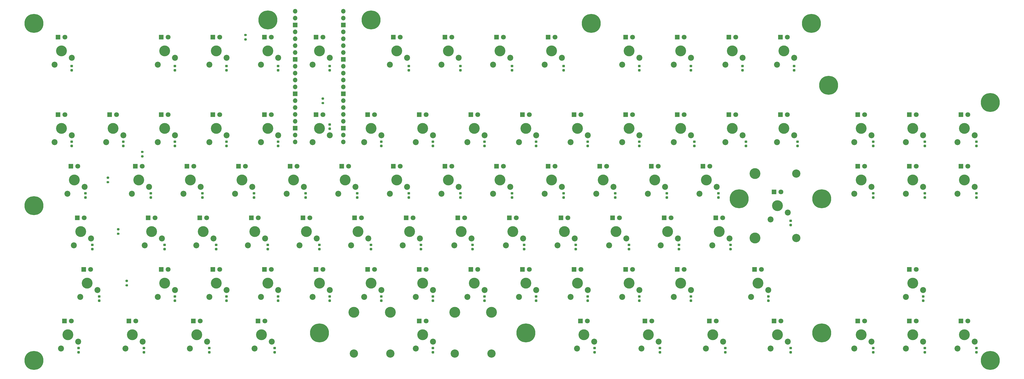
<source format=gbs>
G04 #@! TF.GenerationSoftware,KiCad,Pcbnew,(5.1.10)-1*
G04 #@! TF.CreationDate,2021-09-02T14:46:41+09:00*
G04 #@! TF.ProjectId,KiCAD,4b694341-442e-46b6-9963-61645f706362,rev?*
G04 #@! TF.SameCoordinates,Original*
G04 #@! TF.FileFunction,Soldermask,Bot*
G04 #@! TF.FilePolarity,Negative*
%FSLAX46Y46*%
G04 Gerber Fmt 4.6, Leading zero omitted, Abs format (unit mm)*
G04 Created by KiCad (PCBNEW (5.1.10)-1) date 2021-09-02 14:46:41*
%MOMM*%
%LPD*%
G01*
G04 APERTURE LIST*
%ADD10C,4.000000*%
%ADD11C,2.200000*%
%ADD12C,3.050000*%
%ADD13O,1.700000X1.700000*%
%ADD14R,1.700000X1.700000*%
%ADD15R,1.800000X1.800000*%
%ADD16C,1.800000*%
%ADD17C,7.000000*%
G04 APERTURE END LIST*
G36*
G01*
X80370000Y-113075000D02*
X80920000Y-113075000D01*
G75*
G02*
X81120000Y-113275000I0J-200000D01*
G01*
X81120000Y-113675000D01*
G75*
G02*
X80920000Y-113875000I-200000J0D01*
G01*
X80370000Y-113875000D01*
G75*
G02*
X80170000Y-113675000I0J200000D01*
G01*
X80170000Y-113275000D01*
G75*
G02*
X80370000Y-113075000I200000J0D01*
G01*
G37*
G36*
G01*
X80370000Y-114725000D02*
X80920000Y-114725000D01*
G75*
G02*
X81120000Y-114925000I0J-200000D01*
G01*
X81120000Y-115325000D01*
G75*
G02*
X80920000Y-115525000I-200000J0D01*
G01*
X80370000Y-115525000D01*
G75*
G02*
X80170000Y-115325000I0J200000D01*
G01*
X80170000Y-114925000D01*
G75*
G02*
X80370000Y-114725000I200000J0D01*
G01*
G37*
D10*
X107950000Y-76200000D03*
D11*
X111760000Y-78740000D03*
X105410000Y-81280000D03*
D10*
X243681000Y-180975000D03*
D11*
X247491000Y-183515000D03*
X241141000Y-186055000D03*
D12*
X322118499Y-145250000D03*
X322118499Y-121450000D03*
D10*
X306878499Y-121450000D03*
X306878499Y-145250000D03*
X315118499Y-133350000D03*
D11*
X318928499Y-135890000D03*
X312578499Y-138430000D03*
D10*
X307975000Y-161925000D03*
D11*
X311785000Y-164465000D03*
X305435000Y-167005000D03*
D10*
X60325000Y-161925000D03*
D11*
X64135000Y-164465000D03*
X57785000Y-167005000D03*
D10*
X57944000Y-142875000D03*
D11*
X61754000Y-145415000D03*
X55404000Y-147955000D03*
D10*
X55563000Y-123825000D03*
D11*
X59373000Y-126365000D03*
X53023000Y-128905000D03*
D10*
X279400000Y-104775000D03*
D11*
X283210000Y-107315000D03*
X276860000Y-109855000D03*
D10*
X127000000Y-161925000D03*
D11*
X130810000Y-164465000D03*
X124460000Y-167005000D03*
D10*
X384175000Y-104775000D03*
D11*
X387985000Y-107315000D03*
X381635000Y-109855000D03*
X181610000Y-186055000D03*
X187960000Y-183515000D03*
D10*
X184150000Y-180975000D03*
X172250000Y-172735000D03*
X196050000Y-172735000D03*
D12*
X196050000Y-187975000D03*
X172250000Y-187975000D03*
D10*
X209550000Y-172735000D03*
X158750000Y-172735000D03*
D12*
X209550000Y-187975000D03*
X158750000Y-187975000D03*
D10*
X384175000Y-180975000D03*
D11*
X387985000Y-183515000D03*
X381635000Y-186055000D03*
D10*
X365125000Y-180975000D03*
D11*
X368935000Y-183515000D03*
X362585000Y-186055000D03*
D10*
X346075000Y-180975000D03*
D11*
X349885000Y-183515000D03*
X343535000Y-186055000D03*
D10*
X315118499Y-180975000D03*
D11*
X318928499Y-183515000D03*
X312578499Y-186055000D03*
D10*
X291306000Y-180975000D03*
D11*
X295116000Y-183515000D03*
X288766000Y-186055000D03*
D10*
X267493500Y-180975000D03*
D11*
X271303500Y-183515000D03*
X264953500Y-186055000D03*
D10*
X124618500Y-180975000D03*
D11*
X128428500Y-183515000D03*
X122078500Y-186055000D03*
D10*
X100806000Y-180975000D03*
D11*
X104616000Y-183515000D03*
X98266000Y-186055000D03*
D10*
X76993500Y-180975000D03*
D11*
X80803500Y-183515000D03*
X74453500Y-186055000D03*
D10*
X53181000Y-180975000D03*
D11*
X56991000Y-183515000D03*
X50641000Y-186055000D03*
D10*
X365125000Y-161925000D03*
D11*
X368935000Y-164465000D03*
X362585000Y-167005000D03*
D10*
X279400000Y-161925000D03*
D11*
X283210000Y-164465000D03*
X276860000Y-167005000D03*
D10*
X260350000Y-161925000D03*
D11*
X264160000Y-164465000D03*
X257810000Y-167005000D03*
D10*
X241300000Y-161925000D03*
D11*
X245110000Y-164465000D03*
X238760000Y-167005000D03*
D10*
X222250000Y-161925000D03*
D11*
X226060000Y-164465000D03*
X219710000Y-167005000D03*
D10*
X203200000Y-161925000D03*
D11*
X207010000Y-164465000D03*
X200660000Y-167005000D03*
D10*
X184150000Y-161925000D03*
D11*
X187960000Y-164465000D03*
X181610000Y-167005000D03*
D10*
X165100000Y-161925000D03*
D11*
X168910000Y-164465000D03*
X162560000Y-167005000D03*
D10*
X146050000Y-161925000D03*
D11*
X149860000Y-164465000D03*
X143510000Y-167005000D03*
D10*
X107950000Y-161925000D03*
D11*
X111760000Y-164465000D03*
X105410000Y-167005000D03*
D10*
X88900000Y-161925000D03*
D11*
X92710000Y-164465000D03*
X86360000Y-167005000D03*
D10*
X293687500Y-142875000D03*
D11*
X297497500Y-145415000D03*
X291147500Y-147955000D03*
D10*
X274637500Y-142875000D03*
D11*
X278447500Y-145415000D03*
X272097500Y-147955000D03*
D10*
X255587500Y-142875000D03*
D11*
X259397500Y-145415000D03*
X253047500Y-147955000D03*
D10*
X236537500Y-142875000D03*
D11*
X240347500Y-145415000D03*
X233997500Y-147955000D03*
D10*
X217487500Y-142875000D03*
D11*
X221297500Y-145415000D03*
X214947500Y-147955000D03*
D10*
X198437500Y-142875000D03*
D11*
X202247500Y-145415000D03*
X195897500Y-147955000D03*
D10*
X179387500Y-142875000D03*
D11*
X183197500Y-145415000D03*
X176847500Y-147955000D03*
D10*
X160337500Y-142875000D03*
D11*
X164147500Y-145415000D03*
X157797500Y-147955000D03*
D10*
X141287500Y-142875000D03*
D11*
X145097500Y-145415000D03*
X138747500Y-147955000D03*
D10*
X122237500Y-142875000D03*
D11*
X126047500Y-145415000D03*
X119697500Y-147955000D03*
D10*
X103187500Y-142875000D03*
D11*
X106997500Y-145415000D03*
X100647500Y-147955000D03*
D10*
X84137500Y-142875000D03*
D11*
X87947500Y-145415000D03*
X81597500Y-147955000D03*
D10*
X384175000Y-123825000D03*
D11*
X387985000Y-126365000D03*
X381635000Y-128905000D03*
D10*
X365125000Y-123825000D03*
D11*
X368935000Y-126365000D03*
X362585000Y-128905000D03*
D10*
X346075000Y-123825000D03*
D11*
X349885000Y-126365000D03*
X343535000Y-128905000D03*
D10*
X288925000Y-123825000D03*
D11*
X292735000Y-126365000D03*
X286385000Y-128905000D03*
D10*
X269875000Y-123825000D03*
D11*
X273685000Y-126365000D03*
X267335000Y-128905000D03*
D10*
X250825000Y-123825000D03*
D11*
X254635000Y-126365000D03*
X248285000Y-128905000D03*
D10*
X231775000Y-123825000D03*
D11*
X235585000Y-126365000D03*
X229235000Y-128905000D03*
D10*
X212725000Y-123825000D03*
D11*
X216535000Y-126365000D03*
X210185000Y-128905000D03*
D10*
X193675000Y-123825000D03*
D11*
X197485000Y-126365000D03*
X191135000Y-128905000D03*
D10*
X174625000Y-123825000D03*
D11*
X178435000Y-126365000D03*
X172085000Y-128905000D03*
D10*
X155575000Y-123825000D03*
D11*
X159385000Y-126365000D03*
X153035000Y-128905000D03*
D10*
X136525000Y-123825000D03*
D11*
X140335000Y-126365000D03*
X133985000Y-128905000D03*
D10*
X117475000Y-123825000D03*
D11*
X121285000Y-126365000D03*
X114935000Y-128905000D03*
D10*
X98425000Y-123825000D03*
D11*
X102235000Y-126365000D03*
X95885000Y-128905000D03*
D10*
X79375000Y-123825000D03*
D11*
X83185000Y-126365000D03*
X76835000Y-128905000D03*
D10*
X365125000Y-104775000D03*
D11*
X368935000Y-107315000D03*
X362585000Y-109855000D03*
D10*
X346075000Y-104775000D03*
D11*
X349885000Y-107315000D03*
X343535000Y-109855000D03*
D10*
X317500000Y-104775000D03*
D11*
X321310000Y-107315000D03*
X314960000Y-109855000D03*
D10*
X298450000Y-104775000D03*
D11*
X302260000Y-107315000D03*
X295910000Y-109855000D03*
D10*
X260350000Y-104775000D03*
D11*
X264160000Y-107315000D03*
X257810000Y-109855000D03*
D10*
X241300000Y-104775000D03*
D11*
X245110000Y-107315000D03*
X238760000Y-109855000D03*
D10*
X222250000Y-104775000D03*
D11*
X226060000Y-107315000D03*
X219710000Y-109855000D03*
D10*
X203200000Y-104775000D03*
D11*
X207010000Y-107315000D03*
X200660000Y-109855000D03*
D10*
X184150000Y-104775000D03*
D11*
X187960000Y-107315000D03*
X181610000Y-109855000D03*
D10*
X165100000Y-104775000D03*
D11*
X168910000Y-107315000D03*
X162560000Y-109855000D03*
D10*
X146050000Y-104775000D03*
D11*
X149860000Y-107315000D03*
X143510000Y-109855000D03*
D10*
X127000000Y-104775000D03*
D11*
X130810000Y-107315000D03*
X124460000Y-109855000D03*
D10*
X107950000Y-104775000D03*
D11*
X111760000Y-107315000D03*
X105410000Y-109855000D03*
D10*
X88900000Y-104775000D03*
D11*
X92710000Y-107315000D03*
X86360000Y-109855000D03*
D10*
X69850000Y-104775000D03*
D11*
X73660000Y-107315000D03*
X67310000Y-109855000D03*
D10*
X50800000Y-104775000D03*
D11*
X54610000Y-107315000D03*
X48260000Y-109855000D03*
D10*
X317500000Y-76200000D03*
D11*
X321310000Y-78740000D03*
X314960000Y-81280000D03*
D10*
X298450000Y-76200000D03*
D11*
X302260000Y-78740000D03*
X295910000Y-81280000D03*
D10*
X279400000Y-76200000D03*
D11*
X283210000Y-78740000D03*
X276860000Y-81280000D03*
D10*
X260350000Y-76200000D03*
D11*
X264160000Y-78740000D03*
X257810000Y-81280000D03*
D10*
X231775000Y-76200000D03*
D11*
X235585000Y-78740000D03*
X229235000Y-81280000D03*
D10*
X212725000Y-76200000D03*
D11*
X216535000Y-78740000D03*
X210185000Y-81280000D03*
D10*
X193675000Y-76200000D03*
D11*
X197485000Y-78740000D03*
X191135000Y-81280000D03*
D10*
X174625000Y-76200000D03*
D11*
X178435000Y-78740000D03*
X172085000Y-81280000D03*
D10*
X146050000Y-76200000D03*
D11*
X149860000Y-78740000D03*
X143510000Y-81280000D03*
D10*
X127000000Y-76200000D03*
D11*
X130810000Y-78740000D03*
X124460000Y-81280000D03*
D10*
X88900000Y-76200000D03*
D11*
X92710000Y-78740000D03*
X86360000Y-81280000D03*
D10*
X50800000Y-76200000D03*
D11*
X54610000Y-78740000D03*
X48260000Y-81280000D03*
G36*
G01*
X388876250Y-187915000D02*
X388363750Y-187915000D01*
G75*
G02*
X388145000Y-187696250I0J218750D01*
G01*
X388145000Y-187258750D01*
G75*
G02*
X388363750Y-187040000I218750J0D01*
G01*
X388876250Y-187040000D01*
G75*
G02*
X389095000Y-187258750I0J-218750D01*
G01*
X389095000Y-187696250D01*
G75*
G02*
X388876250Y-187915000I-218750J0D01*
G01*
G37*
G36*
G01*
X388876250Y-186340000D02*
X388363750Y-186340000D01*
G75*
G02*
X388145000Y-186121250I0J218750D01*
G01*
X388145000Y-185683750D01*
G75*
G02*
X388363750Y-185465000I218750J0D01*
G01*
X388876250Y-185465000D01*
G75*
G02*
X389095000Y-185683750I0J-218750D01*
G01*
X389095000Y-186121250D01*
G75*
G02*
X388876250Y-186340000I-218750J0D01*
G01*
G37*
G36*
G01*
X369826250Y-187915000D02*
X369313750Y-187915000D01*
G75*
G02*
X369095000Y-187696250I0J218750D01*
G01*
X369095000Y-187258750D01*
G75*
G02*
X369313750Y-187040000I218750J0D01*
G01*
X369826250Y-187040000D01*
G75*
G02*
X370045000Y-187258750I0J-218750D01*
G01*
X370045000Y-187696250D01*
G75*
G02*
X369826250Y-187915000I-218750J0D01*
G01*
G37*
G36*
G01*
X369826250Y-186340000D02*
X369313750Y-186340000D01*
G75*
G02*
X369095000Y-186121250I0J218750D01*
G01*
X369095000Y-185683750D01*
G75*
G02*
X369313750Y-185465000I218750J0D01*
G01*
X369826250Y-185465000D01*
G75*
G02*
X370045000Y-185683750I0J-218750D01*
G01*
X370045000Y-186121250D01*
G75*
G02*
X369826250Y-186340000I-218750J0D01*
G01*
G37*
G36*
G01*
X350776250Y-187915000D02*
X350263750Y-187915000D01*
G75*
G02*
X350045000Y-187696250I0J218750D01*
G01*
X350045000Y-187258750D01*
G75*
G02*
X350263750Y-187040000I218750J0D01*
G01*
X350776250Y-187040000D01*
G75*
G02*
X350995000Y-187258750I0J-218750D01*
G01*
X350995000Y-187696250D01*
G75*
G02*
X350776250Y-187915000I-218750J0D01*
G01*
G37*
G36*
G01*
X350776250Y-186340000D02*
X350263750Y-186340000D01*
G75*
G02*
X350045000Y-186121250I0J218750D01*
G01*
X350045000Y-185683750D01*
G75*
G02*
X350263750Y-185465000I218750J0D01*
G01*
X350776250Y-185465000D01*
G75*
G02*
X350995000Y-185683750I0J-218750D01*
G01*
X350995000Y-186121250D01*
G75*
G02*
X350776250Y-186340000I-218750J0D01*
G01*
G37*
G36*
G01*
X320296250Y-187915000D02*
X319783750Y-187915000D01*
G75*
G02*
X319565000Y-187696250I0J218750D01*
G01*
X319565000Y-187258750D01*
G75*
G02*
X319783750Y-187040000I218750J0D01*
G01*
X320296250Y-187040000D01*
G75*
G02*
X320515000Y-187258750I0J-218750D01*
G01*
X320515000Y-187696250D01*
G75*
G02*
X320296250Y-187915000I-218750J0D01*
G01*
G37*
G36*
G01*
X320296250Y-186340000D02*
X319783750Y-186340000D01*
G75*
G02*
X319565000Y-186121250I0J218750D01*
G01*
X319565000Y-185683750D01*
G75*
G02*
X319783750Y-185465000I218750J0D01*
G01*
X320296250Y-185465000D01*
G75*
G02*
X320515000Y-185683750I0J-218750D01*
G01*
X320515000Y-186121250D01*
G75*
G02*
X320296250Y-186340000I-218750J0D01*
G01*
G37*
G36*
G01*
X296166250Y-187915000D02*
X295653750Y-187915000D01*
G75*
G02*
X295435000Y-187696250I0J218750D01*
G01*
X295435000Y-187258750D01*
G75*
G02*
X295653750Y-187040000I218750J0D01*
G01*
X296166250Y-187040000D01*
G75*
G02*
X296385000Y-187258750I0J-218750D01*
G01*
X296385000Y-187696250D01*
G75*
G02*
X296166250Y-187915000I-218750J0D01*
G01*
G37*
G36*
G01*
X296166250Y-186340000D02*
X295653750Y-186340000D01*
G75*
G02*
X295435000Y-186121250I0J218750D01*
G01*
X295435000Y-185683750D01*
G75*
G02*
X295653750Y-185465000I218750J0D01*
G01*
X296166250Y-185465000D01*
G75*
G02*
X296385000Y-185683750I0J-218750D01*
G01*
X296385000Y-186121250D01*
G75*
G02*
X296166250Y-186340000I-218750J0D01*
G01*
G37*
G36*
G01*
X272036250Y-186340000D02*
X271523750Y-186340000D01*
G75*
G02*
X271305000Y-186121250I0J218750D01*
G01*
X271305000Y-185683750D01*
G75*
G02*
X271523750Y-185465000I218750J0D01*
G01*
X272036250Y-185465000D01*
G75*
G02*
X272255000Y-185683750I0J-218750D01*
G01*
X272255000Y-186121250D01*
G75*
G02*
X272036250Y-186340000I-218750J0D01*
G01*
G37*
G36*
G01*
X272036250Y-187915000D02*
X271523750Y-187915000D01*
G75*
G02*
X271305000Y-187696250I0J218750D01*
G01*
X271305000Y-187258750D01*
G75*
G02*
X271523750Y-187040000I218750J0D01*
G01*
X272036250Y-187040000D01*
G75*
G02*
X272255000Y-187258750I0J-218750D01*
G01*
X272255000Y-187696250D01*
G75*
G02*
X272036250Y-187915000I-218750J0D01*
G01*
G37*
G36*
G01*
X247906250Y-186340000D02*
X247393750Y-186340000D01*
G75*
G02*
X247175000Y-186121250I0J218750D01*
G01*
X247175000Y-185683750D01*
G75*
G02*
X247393750Y-185465000I218750J0D01*
G01*
X247906250Y-185465000D01*
G75*
G02*
X248125000Y-185683750I0J-218750D01*
G01*
X248125000Y-186121250D01*
G75*
G02*
X247906250Y-186340000I-218750J0D01*
G01*
G37*
G36*
G01*
X247906250Y-187915000D02*
X247393750Y-187915000D01*
G75*
G02*
X247175000Y-187696250I0J218750D01*
G01*
X247175000Y-187258750D01*
G75*
G02*
X247393750Y-187040000I218750J0D01*
G01*
X247906250Y-187040000D01*
G75*
G02*
X248125000Y-187258750I0J-218750D01*
G01*
X248125000Y-187696250D01*
G75*
G02*
X247906250Y-187915000I-218750J0D01*
G01*
G37*
G36*
G01*
X188216250Y-186340000D02*
X187703750Y-186340000D01*
G75*
G02*
X187485000Y-186121250I0J218750D01*
G01*
X187485000Y-185683750D01*
G75*
G02*
X187703750Y-185465000I218750J0D01*
G01*
X188216250Y-185465000D01*
G75*
G02*
X188435000Y-185683750I0J-218750D01*
G01*
X188435000Y-186121250D01*
G75*
G02*
X188216250Y-186340000I-218750J0D01*
G01*
G37*
G36*
G01*
X188216250Y-187915000D02*
X187703750Y-187915000D01*
G75*
G02*
X187485000Y-187696250I0J218750D01*
G01*
X187485000Y-187258750D01*
G75*
G02*
X187703750Y-187040000I218750J0D01*
G01*
X188216250Y-187040000D01*
G75*
G02*
X188435000Y-187258750I0J-218750D01*
G01*
X188435000Y-187696250D01*
G75*
G02*
X188216250Y-187915000I-218750J0D01*
G01*
G37*
G36*
G01*
X129796250Y-186340000D02*
X129283750Y-186340000D01*
G75*
G02*
X129065000Y-186121250I0J218750D01*
G01*
X129065000Y-185683750D01*
G75*
G02*
X129283750Y-185465000I218750J0D01*
G01*
X129796250Y-185465000D01*
G75*
G02*
X130015000Y-185683750I0J-218750D01*
G01*
X130015000Y-186121250D01*
G75*
G02*
X129796250Y-186340000I-218750J0D01*
G01*
G37*
G36*
G01*
X129796250Y-187915000D02*
X129283750Y-187915000D01*
G75*
G02*
X129065000Y-187696250I0J218750D01*
G01*
X129065000Y-187258750D01*
G75*
G02*
X129283750Y-187040000I218750J0D01*
G01*
X129796250Y-187040000D01*
G75*
G02*
X130015000Y-187258750I0J-218750D01*
G01*
X130015000Y-187696250D01*
G75*
G02*
X129796250Y-187915000I-218750J0D01*
G01*
G37*
G36*
G01*
X105666250Y-187915000D02*
X105153750Y-187915000D01*
G75*
G02*
X104935000Y-187696250I0J218750D01*
G01*
X104935000Y-187258750D01*
G75*
G02*
X105153750Y-187040000I218750J0D01*
G01*
X105666250Y-187040000D01*
G75*
G02*
X105885000Y-187258750I0J-218750D01*
G01*
X105885000Y-187696250D01*
G75*
G02*
X105666250Y-187915000I-218750J0D01*
G01*
G37*
G36*
G01*
X105666250Y-186340000D02*
X105153750Y-186340000D01*
G75*
G02*
X104935000Y-186121250I0J218750D01*
G01*
X104935000Y-185683750D01*
G75*
G02*
X105153750Y-185465000I218750J0D01*
G01*
X105666250Y-185465000D01*
G75*
G02*
X105885000Y-185683750I0J-218750D01*
G01*
X105885000Y-186121250D01*
G75*
G02*
X105666250Y-186340000I-218750J0D01*
G01*
G37*
G36*
G01*
X81536250Y-187915000D02*
X81023750Y-187915000D01*
G75*
G02*
X80805000Y-187696250I0J218750D01*
G01*
X80805000Y-187258750D01*
G75*
G02*
X81023750Y-187040000I218750J0D01*
G01*
X81536250Y-187040000D01*
G75*
G02*
X81755000Y-187258750I0J-218750D01*
G01*
X81755000Y-187696250D01*
G75*
G02*
X81536250Y-187915000I-218750J0D01*
G01*
G37*
G36*
G01*
X81536250Y-186340000D02*
X81023750Y-186340000D01*
G75*
G02*
X80805000Y-186121250I0J218750D01*
G01*
X80805000Y-185683750D01*
G75*
G02*
X81023750Y-185465000I218750J0D01*
G01*
X81536250Y-185465000D01*
G75*
G02*
X81755000Y-185683750I0J-218750D01*
G01*
X81755000Y-186121250D01*
G75*
G02*
X81536250Y-186340000I-218750J0D01*
G01*
G37*
G36*
G01*
X57406250Y-187915000D02*
X56893750Y-187915000D01*
G75*
G02*
X56675000Y-187696250I0J218750D01*
G01*
X56675000Y-187258750D01*
G75*
G02*
X56893750Y-187040000I218750J0D01*
G01*
X57406250Y-187040000D01*
G75*
G02*
X57625000Y-187258750I0J-218750D01*
G01*
X57625000Y-187696250D01*
G75*
G02*
X57406250Y-187915000I-218750J0D01*
G01*
G37*
G36*
G01*
X57406250Y-186340000D02*
X56893750Y-186340000D01*
G75*
G02*
X56675000Y-186121250I0J218750D01*
G01*
X56675000Y-185683750D01*
G75*
G02*
X56893750Y-185465000I218750J0D01*
G01*
X57406250Y-185465000D01*
G75*
G02*
X57625000Y-185683750I0J-218750D01*
G01*
X57625000Y-186121250D01*
G75*
G02*
X57406250Y-186340000I-218750J0D01*
G01*
G37*
G36*
G01*
X369191250Y-168865000D02*
X368678750Y-168865000D01*
G75*
G02*
X368460000Y-168646250I0J218750D01*
G01*
X368460000Y-168208750D01*
G75*
G02*
X368678750Y-167990000I218750J0D01*
G01*
X369191250Y-167990000D01*
G75*
G02*
X369410000Y-168208750I0J-218750D01*
G01*
X369410000Y-168646250D01*
G75*
G02*
X369191250Y-168865000I-218750J0D01*
G01*
G37*
G36*
G01*
X369191250Y-167290000D02*
X368678750Y-167290000D01*
G75*
G02*
X368460000Y-167071250I0J218750D01*
G01*
X368460000Y-166633750D01*
G75*
G02*
X368678750Y-166415000I218750J0D01*
G01*
X369191250Y-166415000D01*
G75*
G02*
X369410000Y-166633750I0J-218750D01*
G01*
X369410000Y-167071250D01*
G75*
G02*
X369191250Y-167290000I-218750J0D01*
G01*
G37*
G36*
G01*
X312041250Y-168865000D02*
X311528750Y-168865000D01*
G75*
G02*
X311310000Y-168646250I0J218750D01*
G01*
X311310000Y-168208750D01*
G75*
G02*
X311528750Y-167990000I218750J0D01*
G01*
X312041250Y-167990000D01*
G75*
G02*
X312260000Y-168208750I0J-218750D01*
G01*
X312260000Y-168646250D01*
G75*
G02*
X312041250Y-168865000I-218750J0D01*
G01*
G37*
G36*
G01*
X312041250Y-167290000D02*
X311528750Y-167290000D01*
G75*
G02*
X311310000Y-167071250I0J218750D01*
G01*
X311310000Y-166633750D01*
G75*
G02*
X311528750Y-166415000I218750J0D01*
G01*
X312041250Y-166415000D01*
G75*
G02*
X312260000Y-166633750I0J-218750D01*
G01*
X312260000Y-167071250D01*
G75*
G02*
X312041250Y-167290000I-218750J0D01*
G01*
G37*
G36*
G01*
X283466250Y-168865000D02*
X282953750Y-168865000D01*
G75*
G02*
X282735000Y-168646250I0J218750D01*
G01*
X282735000Y-168208750D01*
G75*
G02*
X282953750Y-167990000I218750J0D01*
G01*
X283466250Y-167990000D01*
G75*
G02*
X283685000Y-168208750I0J-218750D01*
G01*
X283685000Y-168646250D01*
G75*
G02*
X283466250Y-168865000I-218750J0D01*
G01*
G37*
G36*
G01*
X283466250Y-167290000D02*
X282953750Y-167290000D01*
G75*
G02*
X282735000Y-167071250I0J218750D01*
G01*
X282735000Y-166633750D01*
G75*
G02*
X282953750Y-166415000I218750J0D01*
G01*
X283466250Y-166415000D01*
G75*
G02*
X283685000Y-166633750I0J-218750D01*
G01*
X283685000Y-167071250D01*
G75*
G02*
X283466250Y-167290000I-218750J0D01*
G01*
G37*
G36*
G01*
X264416250Y-168865000D02*
X263903750Y-168865000D01*
G75*
G02*
X263685000Y-168646250I0J218750D01*
G01*
X263685000Y-168208750D01*
G75*
G02*
X263903750Y-167990000I218750J0D01*
G01*
X264416250Y-167990000D01*
G75*
G02*
X264635000Y-168208750I0J-218750D01*
G01*
X264635000Y-168646250D01*
G75*
G02*
X264416250Y-168865000I-218750J0D01*
G01*
G37*
G36*
G01*
X264416250Y-167290000D02*
X263903750Y-167290000D01*
G75*
G02*
X263685000Y-167071250I0J218750D01*
G01*
X263685000Y-166633750D01*
G75*
G02*
X263903750Y-166415000I218750J0D01*
G01*
X264416250Y-166415000D01*
G75*
G02*
X264635000Y-166633750I0J-218750D01*
G01*
X264635000Y-167071250D01*
G75*
G02*
X264416250Y-167290000I-218750J0D01*
G01*
G37*
G36*
G01*
X245366250Y-168865000D02*
X244853750Y-168865000D01*
G75*
G02*
X244635000Y-168646250I0J218750D01*
G01*
X244635000Y-168208750D01*
G75*
G02*
X244853750Y-167990000I218750J0D01*
G01*
X245366250Y-167990000D01*
G75*
G02*
X245585000Y-168208750I0J-218750D01*
G01*
X245585000Y-168646250D01*
G75*
G02*
X245366250Y-168865000I-218750J0D01*
G01*
G37*
G36*
G01*
X245366250Y-167290000D02*
X244853750Y-167290000D01*
G75*
G02*
X244635000Y-167071250I0J218750D01*
G01*
X244635000Y-166633750D01*
G75*
G02*
X244853750Y-166415000I218750J0D01*
G01*
X245366250Y-166415000D01*
G75*
G02*
X245585000Y-166633750I0J-218750D01*
G01*
X245585000Y-167071250D01*
G75*
G02*
X245366250Y-167290000I-218750J0D01*
G01*
G37*
G36*
G01*
X226316250Y-168865000D02*
X225803750Y-168865000D01*
G75*
G02*
X225585000Y-168646250I0J218750D01*
G01*
X225585000Y-168208750D01*
G75*
G02*
X225803750Y-167990000I218750J0D01*
G01*
X226316250Y-167990000D01*
G75*
G02*
X226535000Y-168208750I0J-218750D01*
G01*
X226535000Y-168646250D01*
G75*
G02*
X226316250Y-168865000I-218750J0D01*
G01*
G37*
G36*
G01*
X226316250Y-167290000D02*
X225803750Y-167290000D01*
G75*
G02*
X225585000Y-167071250I0J218750D01*
G01*
X225585000Y-166633750D01*
G75*
G02*
X225803750Y-166415000I218750J0D01*
G01*
X226316250Y-166415000D01*
G75*
G02*
X226535000Y-166633750I0J-218750D01*
G01*
X226535000Y-167071250D01*
G75*
G02*
X226316250Y-167290000I-218750J0D01*
G01*
G37*
G36*
G01*
X207266250Y-168865000D02*
X206753750Y-168865000D01*
G75*
G02*
X206535000Y-168646250I0J218750D01*
G01*
X206535000Y-168208750D01*
G75*
G02*
X206753750Y-167990000I218750J0D01*
G01*
X207266250Y-167990000D01*
G75*
G02*
X207485000Y-168208750I0J-218750D01*
G01*
X207485000Y-168646250D01*
G75*
G02*
X207266250Y-168865000I-218750J0D01*
G01*
G37*
G36*
G01*
X207266250Y-167290000D02*
X206753750Y-167290000D01*
G75*
G02*
X206535000Y-167071250I0J218750D01*
G01*
X206535000Y-166633750D01*
G75*
G02*
X206753750Y-166415000I218750J0D01*
G01*
X207266250Y-166415000D01*
G75*
G02*
X207485000Y-166633750I0J-218750D01*
G01*
X207485000Y-167071250D01*
G75*
G02*
X207266250Y-167290000I-218750J0D01*
G01*
G37*
G36*
G01*
X188216250Y-168865000D02*
X187703750Y-168865000D01*
G75*
G02*
X187485000Y-168646250I0J218750D01*
G01*
X187485000Y-168208750D01*
G75*
G02*
X187703750Y-167990000I218750J0D01*
G01*
X188216250Y-167990000D01*
G75*
G02*
X188435000Y-168208750I0J-218750D01*
G01*
X188435000Y-168646250D01*
G75*
G02*
X188216250Y-168865000I-218750J0D01*
G01*
G37*
G36*
G01*
X188216250Y-167290000D02*
X187703750Y-167290000D01*
G75*
G02*
X187485000Y-167071250I0J218750D01*
G01*
X187485000Y-166633750D01*
G75*
G02*
X187703750Y-166415000I218750J0D01*
G01*
X188216250Y-166415000D01*
G75*
G02*
X188435000Y-166633750I0J-218750D01*
G01*
X188435000Y-167071250D01*
G75*
G02*
X188216250Y-167290000I-218750J0D01*
G01*
G37*
G36*
G01*
X169166250Y-168865000D02*
X168653750Y-168865000D01*
G75*
G02*
X168435000Y-168646250I0J218750D01*
G01*
X168435000Y-168208750D01*
G75*
G02*
X168653750Y-167990000I218750J0D01*
G01*
X169166250Y-167990000D01*
G75*
G02*
X169385000Y-168208750I0J-218750D01*
G01*
X169385000Y-168646250D01*
G75*
G02*
X169166250Y-168865000I-218750J0D01*
G01*
G37*
G36*
G01*
X169166250Y-167290000D02*
X168653750Y-167290000D01*
G75*
G02*
X168435000Y-167071250I0J218750D01*
G01*
X168435000Y-166633750D01*
G75*
G02*
X168653750Y-166415000I218750J0D01*
G01*
X169166250Y-166415000D01*
G75*
G02*
X169385000Y-166633750I0J-218750D01*
G01*
X169385000Y-167071250D01*
G75*
G02*
X169166250Y-167290000I-218750J0D01*
G01*
G37*
G36*
G01*
X150116250Y-168865000D02*
X149603750Y-168865000D01*
G75*
G02*
X149385000Y-168646250I0J218750D01*
G01*
X149385000Y-168208750D01*
G75*
G02*
X149603750Y-167990000I218750J0D01*
G01*
X150116250Y-167990000D01*
G75*
G02*
X150335000Y-168208750I0J-218750D01*
G01*
X150335000Y-168646250D01*
G75*
G02*
X150116250Y-168865000I-218750J0D01*
G01*
G37*
G36*
G01*
X150116250Y-167290000D02*
X149603750Y-167290000D01*
G75*
G02*
X149385000Y-167071250I0J218750D01*
G01*
X149385000Y-166633750D01*
G75*
G02*
X149603750Y-166415000I218750J0D01*
G01*
X150116250Y-166415000D01*
G75*
G02*
X150335000Y-166633750I0J-218750D01*
G01*
X150335000Y-167071250D01*
G75*
G02*
X150116250Y-167290000I-218750J0D01*
G01*
G37*
G36*
G01*
X131066250Y-168865000D02*
X130553750Y-168865000D01*
G75*
G02*
X130335000Y-168646250I0J218750D01*
G01*
X130335000Y-168208750D01*
G75*
G02*
X130553750Y-167990000I218750J0D01*
G01*
X131066250Y-167990000D01*
G75*
G02*
X131285000Y-168208750I0J-218750D01*
G01*
X131285000Y-168646250D01*
G75*
G02*
X131066250Y-168865000I-218750J0D01*
G01*
G37*
G36*
G01*
X131066250Y-167290000D02*
X130553750Y-167290000D01*
G75*
G02*
X130335000Y-167071250I0J218750D01*
G01*
X130335000Y-166633750D01*
G75*
G02*
X130553750Y-166415000I218750J0D01*
G01*
X131066250Y-166415000D01*
G75*
G02*
X131285000Y-166633750I0J-218750D01*
G01*
X131285000Y-167071250D01*
G75*
G02*
X131066250Y-167290000I-218750J0D01*
G01*
G37*
G36*
G01*
X112016250Y-168865000D02*
X111503750Y-168865000D01*
G75*
G02*
X111285000Y-168646250I0J218750D01*
G01*
X111285000Y-168208750D01*
G75*
G02*
X111503750Y-167990000I218750J0D01*
G01*
X112016250Y-167990000D01*
G75*
G02*
X112235000Y-168208750I0J-218750D01*
G01*
X112235000Y-168646250D01*
G75*
G02*
X112016250Y-168865000I-218750J0D01*
G01*
G37*
G36*
G01*
X112016250Y-167290000D02*
X111503750Y-167290000D01*
G75*
G02*
X111285000Y-167071250I0J218750D01*
G01*
X111285000Y-166633750D01*
G75*
G02*
X111503750Y-166415000I218750J0D01*
G01*
X112016250Y-166415000D01*
G75*
G02*
X112235000Y-166633750I0J-218750D01*
G01*
X112235000Y-167071250D01*
G75*
G02*
X112016250Y-167290000I-218750J0D01*
G01*
G37*
G36*
G01*
X92966250Y-168865000D02*
X92453750Y-168865000D01*
G75*
G02*
X92235000Y-168646250I0J218750D01*
G01*
X92235000Y-168208750D01*
G75*
G02*
X92453750Y-167990000I218750J0D01*
G01*
X92966250Y-167990000D01*
G75*
G02*
X93185000Y-168208750I0J-218750D01*
G01*
X93185000Y-168646250D01*
G75*
G02*
X92966250Y-168865000I-218750J0D01*
G01*
G37*
G36*
G01*
X92966250Y-167290000D02*
X92453750Y-167290000D01*
G75*
G02*
X92235000Y-167071250I0J218750D01*
G01*
X92235000Y-166633750D01*
G75*
G02*
X92453750Y-166415000I218750J0D01*
G01*
X92966250Y-166415000D01*
G75*
G02*
X93185000Y-166633750I0J-218750D01*
G01*
X93185000Y-167071250D01*
G75*
G02*
X92966250Y-167290000I-218750J0D01*
G01*
G37*
G36*
G01*
X65026250Y-168865000D02*
X64513750Y-168865000D01*
G75*
G02*
X64295000Y-168646250I0J218750D01*
G01*
X64295000Y-168208750D01*
G75*
G02*
X64513750Y-167990000I218750J0D01*
G01*
X65026250Y-167990000D01*
G75*
G02*
X65245000Y-168208750I0J-218750D01*
G01*
X65245000Y-168646250D01*
G75*
G02*
X65026250Y-168865000I-218750J0D01*
G01*
G37*
G36*
G01*
X65026250Y-167290000D02*
X64513750Y-167290000D01*
G75*
G02*
X64295000Y-167071250I0J218750D01*
G01*
X64295000Y-166633750D01*
G75*
G02*
X64513750Y-166415000I218750J0D01*
G01*
X65026250Y-166415000D01*
G75*
G02*
X65245000Y-166633750I0J-218750D01*
G01*
X65245000Y-167071250D01*
G75*
G02*
X65026250Y-167290000I-218750J0D01*
G01*
G37*
G36*
G01*
X298071250Y-149815000D02*
X297558750Y-149815000D01*
G75*
G02*
X297340000Y-149596250I0J218750D01*
G01*
X297340000Y-149158750D01*
G75*
G02*
X297558750Y-148940000I218750J0D01*
G01*
X298071250Y-148940000D01*
G75*
G02*
X298290000Y-149158750I0J-218750D01*
G01*
X298290000Y-149596250D01*
G75*
G02*
X298071250Y-149815000I-218750J0D01*
G01*
G37*
G36*
G01*
X298071250Y-148240000D02*
X297558750Y-148240000D01*
G75*
G02*
X297340000Y-148021250I0J218750D01*
G01*
X297340000Y-147583750D01*
G75*
G02*
X297558750Y-147365000I218750J0D01*
G01*
X298071250Y-147365000D01*
G75*
G02*
X298290000Y-147583750I0J-218750D01*
G01*
X298290000Y-148021250D01*
G75*
G02*
X298071250Y-148240000I-218750J0D01*
G01*
G37*
G36*
G01*
X279021250Y-149815000D02*
X278508750Y-149815000D01*
G75*
G02*
X278290000Y-149596250I0J218750D01*
G01*
X278290000Y-149158750D01*
G75*
G02*
X278508750Y-148940000I218750J0D01*
G01*
X279021250Y-148940000D01*
G75*
G02*
X279240000Y-149158750I0J-218750D01*
G01*
X279240000Y-149596250D01*
G75*
G02*
X279021250Y-149815000I-218750J0D01*
G01*
G37*
G36*
G01*
X279021250Y-148240000D02*
X278508750Y-148240000D01*
G75*
G02*
X278290000Y-148021250I0J218750D01*
G01*
X278290000Y-147583750D01*
G75*
G02*
X278508750Y-147365000I218750J0D01*
G01*
X279021250Y-147365000D01*
G75*
G02*
X279240000Y-147583750I0J-218750D01*
G01*
X279240000Y-148021250D01*
G75*
G02*
X279021250Y-148240000I-218750J0D01*
G01*
G37*
G36*
G01*
X260606250Y-149815000D02*
X260093750Y-149815000D01*
G75*
G02*
X259875000Y-149596250I0J218750D01*
G01*
X259875000Y-149158750D01*
G75*
G02*
X260093750Y-148940000I218750J0D01*
G01*
X260606250Y-148940000D01*
G75*
G02*
X260825000Y-149158750I0J-218750D01*
G01*
X260825000Y-149596250D01*
G75*
G02*
X260606250Y-149815000I-218750J0D01*
G01*
G37*
G36*
G01*
X260606250Y-148240000D02*
X260093750Y-148240000D01*
G75*
G02*
X259875000Y-148021250I0J218750D01*
G01*
X259875000Y-147583750D01*
G75*
G02*
X260093750Y-147365000I218750J0D01*
G01*
X260606250Y-147365000D01*
G75*
G02*
X260825000Y-147583750I0J-218750D01*
G01*
X260825000Y-148021250D01*
G75*
G02*
X260606250Y-148240000I-218750J0D01*
G01*
G37*
G36*
G01*
X240921250Y-149815000D02*
X240408750Y-149815000D01*
G75*
G02*
X240190000Y-149596250I0J218750D01*
G01*
X240190000Y-149158750D01*
G75*
G02*
X240408750Y-148940000I218750J0D01*
G01*
X240921250Y-148940000D01*
G75*
G02*
X241140000Y-149158750I0J-218750D01*
G01*
X241140000Y-149596250D01*
G75*
G02*
X240921250Y-149815000I-218750J0D01*
G01*
G37*
G36*
G01*
X240921250Y-148240000D02*
X240408750Y-148240000D01*
G75*
G02*
X240190000Y-148021250I0J218750D01*
G01*
X240190000Y-147583750D01*
G75*
G02*
X240408750Y-147365000I218750J0D01*
G01*
X240921250Y-147365000D01*
G75*
G02*
X241140000Y-147583750I0J-218750D01*
G01*
X241140000Y-148021250D01*
G75*
G02*
X240921250Y-148240000I-218750J0D01*
G01*
G37*
G36*
G01*
X221871250Y-149815000D02*
X221358750Y-149815000D01*
G75*
G02*
X221140000Y-149596250I0J218750D01*
G01*
X221140000Y-149158750D01*
G75*
G02*
X221358750Y-148940000I218750J0D01*
G01*
X221871250Y-148940000D01*
G75*
G02*
X222090000Y-149158750I0J-218750D01*
G01*
X222090000Y-149596250D01*
G75*
G02*
X221871250Y-149815000I-218750J0D01*
G01*
G37*
G36*
G01*
X221871250Y-148240000D02*
X221358750Y-148240000D01*
G75*
G02*
X221140000Y-148021250I0J218750D01*
G01*
X221140000Y-147583750D01*
G75*
G02*
X221358750Y-147365000I218750J0D01*
G01*
X221871250Y-147365000D01*
G75*
G02*
X222090000Y-147583750I0J-218750D01*
G01*
X222090000Y-148021250D01*
G75*
G02*
X221871250Y-148240000I-218750J0D01*
G01*
G37*
G36*
G01*
X202821250Y-149815000D02*
X202308750Y-149815000D01*
G75*
G02*
X202090000Y-149596250I0J218750D01*
G01*
X202090000Y-149158750D01*
G75*
G02*
X202308750Y-148940000I218750J0D01*
G01*
X202821250Y-148940000D01*
G75*
G02*
X203040000Y-149158750I0J-218750D01*
G01*
X203040000Y-149596250D01*
G75*
G02*
X202821250Y-149815000I-218750J0D01*
G01*
G37*
G36*
G01*
X202821250Y-148240000D02*
X202308750Y-148240000D01*
G75*
G02*
X202090000Y-148021250I0J218750D01*
G01*
X202090000Y-147583750D01*
G75*
G02*
X202308750Y-147365000I218750J0D01*
G01*
X202821250Y-147365000D01*
G75*
G02*
X203040000Y-147583750I0J-218750D01*
G01*
X203040000Y-148021250D01*
G75*
G02*
X202821250Y-148240000I-218750J0D01*
G01*
G37*
G36*
G01*
X183771250Y-149815000D02*
X183258750Y-149815000D01*
G75*
G02*
X183040000Y-149596250I0J218750D01*
G01*
X183040000Y-149158750D01*
G75*
G02*
X183258750Y-148940000I218750J0D01*
G01*
X183771250Y-148940000D01*
G75*
G02*
X183990000Y-149158750I0J-218750D01*
G01*
X183990000Y-149596250D01*
G75*
G02*
X183771250Y-149815000I-218750J0D01*
G01*
G37*
G36*
G01*
X183771250Y-148240000D02*
X183258750Y-148240000D01*
G75*
G02*
X183040000Y-148021250I0J218750D01*
G01*
X183040000Y-147583750D01*
G75*
G02*
X183258750Y-147365000I218750J0D01*
G01*
X183771250Y-147365000D01*
G75*
G02*
X183990000Y-147583750I0J-218750D01*
G01*
X183990000Y-148021250D01*
G75*
G02*
X183771250Y-148240000I-218750J0D01*
G01*
G37*
G36*
G01*
X165356250Y-149815000D02*
X164843750Y-149815000D01*
G75*
G02*
X164625000Y-149596250I0J218750D01*
G01*
X164625000Y-149158750D01*
G75*
G02*
X164843750Y-148940000I218750J0D01*
G01*
X165356250Y-148940000D01*
G75*
G02*
X165575000Y-149158750I0J-218750D01*
G01*
X165575000Y-149596250D01*
G75*
G02*
X165356250Y-149815000I-218750J0D01*
G01*
G37*
G36*
G01*
X165356250Y-148240000D02*
X164843750Y-148240000D01*
G75*
G02*
X164625000Y-148021250I0J218750D01*
G01*
X164625000Y-147583750D01*
G75*
G02*
X164843750Y-147365000I218750J0D01*
G01*
X165356250Y-147365000D01*
G75*
G02*
X165575000Y-147583750I0J-218750D01*
G01*
X165575000Y-148021250D01*
G75*
G02*
X165356250Y-148240000I-218750J0D01*
G01*
G37*
G36*
G01*
X146306250Y-149815000D02*
X145793750Y-149815000D01*
G75*
G02*
X145575000Y-149596250I0J218750D01*
G01*
X145575000Y-149158750D01*
G75*
G02*
X145793750Y-148940000I218750J0D01*
G01*
X146306250Y-148940000D01*
G75*
G02*
X146525000Y-149158750I0J-218750D01*
G01*
X146525000Y-149596250D01*
G75*
G02*
X146306250Y-149815000I-218750J0D01*
G01*
G37*
G36*
G01*
X146306250Y-148240000D02*
X145793750Y-148240000D01*
G75*
G02*
X145575000Y-148021250I0J218750D01*
G01*
X145575000Y-147583750D01*
G75*
G02*
X145793750Y-147365000I218750J0D01*
G01*
X146306250Y-147365000D01*
G75*
G02*
X146525000Y-147583750I0J-218750D01*
G01*
X146525000Y-148021250D01*
G75*
G02*
X146306250Y-148240000I-218750J0D01*
G01*
G37*
G36*
G01*
X127256250Y-149815000D02*
X126743750Y-149815000D01*
G75*
G02*
X126525000Y-149596250I0J218750D01*
G01*
X126525000Y-149158750D01*
G75*
G02*
X126743750Y-148940000I218750J0D01*
G01*
X127256250Y-148940000D01*
G75*
G02*
X127475000Y-149158750I0J-218750D01*
G01*
X127475000Y-149596250D01*
G75*
G02*
X127256250Y-149815000I-218750J0D01*
G01*
G37*
G36*
G01*
X127256250Y-148240000D02*
X126743750Y-148240000D01*
G75*
G02*
X126525000Y-148021250I0J218750D01*
G01*
X126525000Y-147583750D01*
G75*
G02*
X126743750Y-147365000I218750J0D01*
G01*
X127256250Y-147365000D01*
G75*
G02*
X127475000Y-147583750I0J-218750D01*
G01*
X127475000Y-148021250D01*
G75*
G02*
X127256250Y-148240000I-218750J0D01*
G01*
G37*
G36*
G01*
X108206250Y-149815000D02*
X107693750Y-149815000D01*
G75*
G02*
X107475000Y-149596250I0J218750D01*
G01*
X107475000Y-149158750D01*
G75*
G02*
X107693750Y-148940000I218750J0D01*
G01*
X108206250Y-148940000D01*
G75*
G02*
X108425000Y-149158750I0J-218750D01*
G01*
X108425000Y-149596250D01*
G75*
G02*
X108206250Y-149815000I-218750J0D01*
G01*
G37*
G36*
G01*
X108206250Y-148240000D02*
X107693750Y-148240000D01*
G75*
G02*
X107475000Y-148021250I0J218750D01*
G01*
X107475000Y-147583750D01*
G75*
G02*
X107693750Y-147365000I218750J0D01*
G01*
X108206250Y-147365000D01*
G75*
G02*
X108425000Y-147583750I0J-218750D01*
G01*
X108425000Y-148021250D01*
G75*
G02*
X108206250Y-148240000I-218750J0D01*
G01*
G37*
G36*
G01*
X89156250Y-149815000D02*
X88643750Y-149815000D01*
G75*
G02*
X88425000Y-149596250I0J218750D01*
G01*
X88425000Y-149158750D01*
G75*
G02*
X88643750Y-148940000I218750J0D01*
G01*
X89156250Y-148940000D01*
G75*
G02*
X89375000Y-149158750I0J-218750D01*
G01*
X89375000Y-149596250D01*
G75*
G02*
X89156250Y-149815000I-218750J0D01*
G01*
G37*
G36*
G01*
X89156250Y-148240000D02*
X88643750Y-148240000D01*
G75*
G02*
X88425000Y-148021250I0J218750D01*
G01*
X88425000Y-147583750D01*
G75*
G02*
X88643750Y-147365000I218750J0D01*
G01*
X89156250Y-147365000D01*
G75*
G02*
X89375000Y-147583750I0J-218750D01*
G01*
X89375000Y-148021250D01*
G75*
G02*
X89156250Y-148240000I-218750J0D01*
G01*
G37*
G36*
G01*
X62486250Y-149815000D02*
X61973750Y-149815000D01*
G75*
G02*
X61755000Y-149596250I0J218750D01*
G01*
X61755000Y-149158750D01*
G75*
G02*
X61973750Y-148940000I218750J0D01*
G01*
X62486250Y-148940000D01*
G75*
G02*
X62705000Y-149158750I0J-218750D01*
G01*
X62705000Y-149596250D01*
G75*
G02*
X62486250Y-149815000I-218750J0D01*
G01*
G37*
G36*
G01*
X62486250Y-148240000D02*
X61973750Y-148240000D01*
G75*
G02*
X61755000Y-148021250I0J218750D01*
G01*
X61755000Y-147583750D01*
G75*
G02*
X61973750Y-147365000I218750J0D01*
G01*
X62486250Y-147365000D01*
G75*
G02*
X62705000Y-147583750I0J-218750D01*
G01*
X62705000Y-148021250D01*
G75*
G02*
X62486250Y-148240000I-218750J0D01*
G01*
G37*
G36*
G01*
X388876250Y-130765000D02*
X388363750Y-130765000D01*
G75*
G02*
X388145000Y-130546250I0J218750D01*
G01*
X388145000Y-130108750D01*
G75*
G02*
X388363750Y-129890000I218750J0D01*
G01*
X388876250Y-129890000D01*
G75*
G02*
X389095000Y-130108750I0J-218750D01*
G01*
X389095000Y-130546250D01*
G75*
G02*
X388876250Y-130765000I-218750J0D01*
G01*
G37*
G36*
G01*
X388876250Y-129190000D02*
X388363750Y-129190000D01*
G75*
G02*
X388145000Y-128971250I0J218750D01*
G01*
X388145000Y-128533750D01*
G75*
G02*
X388363750Y-128315000I218750J0D01*
G01*
X388876250Y-128315000D01*
G75*
G02*
X389095000Y-128533750I0J-218750D01*
G01*
X389095000Y-128971250D01*
G75*
G02*
X388876250Y-129190000I-218750J0D01*
G01*
G37*
G36*
G01*
X369826250Y-130765000D02*
X369313750Y-130765000D01*
G75*
G02*
X369095000Y-130546250I0J218750D01*
G01*
X369095000Y-130108750D01*
G75*
G02*
X369313750Y-129890000I218750J0D01*
G01*
X369826250Y-129890000D01*
G75*
G02*
X370045000Y-130108750I0J-218750D01*
G01*
X370045000Y-130546250D01*
G75*
G02*
X369826250Y-130765000I-218750J0D01*
G01*
G37*
G36*
G01*
X369826250Y-129190000D02*
X369313750Y-129190000D01*
G75*
G02*
X369095000Y-128971250I0J218750D01*
G01*
X369095000Y-128533750D01*
G75*
G02*
X369313750Y-128315000I218750J0D01*
G01*
X369826250Y-128315000D01*
G75*
G02*
X370045000Y-128533750I0J-218750D01*
G01*
X370045000Y-128971250D01*
G75*
G02*
X369826250Y-129190000I-218750J0D01*
G01*
G37*
G36*
G01*
X350776250Y-130765000D02*
X350263750Y-130765000D01*
G75*
G02*
X350045000Y-130546250I0J218750D01*
G01*
X350045000Y-130108750D01*
G75*
G02*
X350263750Y-129890000I218750J0D01*
G01*
X350776250Y-129890000D01*
G75*
G02*
X350995000Y-130108750I0J-218750D01*
G01*
X350995000Y-130546250D01*
G75*
G02*
X350776250Y-130765000I-218750J0D01*
G01*
G37*
G36*
G01*
X350776250Y-129190000D02*
X350263750Y-129190000D01*
G75*
G02*
X350045000Y-128971250I0J218750D01*
G01*
X350045000Y-128533750D01*
G75*
G02*
X350263750Y-128315000I218750J0D01*
G01*
X350776250Y-128315000D01*
G75*
G02*
X350995000Y-128533750I0J-218750D01*
G01*
X350995000Y-128971250D01*
G75*
G02*
X350776250Y-129190000I-218750J0D01*
G01*
G37*
G36*
G01*
X320296250Y-140925000D02*
X319783750Y-140925000D01*
G75*
G02*
X319565000Y-140706250I0J218750D01*
G01*
X319565000Y-140268750D01*
G75*
G02*
X319783750Y-140050000I218750J0D01*
G01*
X320296250Y-140050000D01*
G75*
G02*
X320515000Y-140268750I0J-218750D01*
G01*
X320515000Y-140706250D01*
G75*
G02*
X320296250Y-140925000I-218750J0D01*
G01*
G37*
G36*
G01*
X320296250Y-139350000D02*
X319783750Y-139350000D01*
G75*
G02*
X319565000Y-139131250I0J218750D01*
G01*
X319565000Y-138693750D01*
G75*
G02*
X319783750Y-138475000I218750J0D01*
G01*
X320296250Y-138475000D01*
G75*
G02*
X320515000Y-138693750I0J-218750D01*
G01*
X320515000Y-139131250D01*
G75*
G02*
X320296250Y-139350000I-218750J0D01*
G01*
G37*
G36*
G01*
X293626250Y-130765000D02*
X293113750Y-130765000D01*
G75*
G02*
X292895000Y-130546250I0J218750D01*
G01*
X292895000Y-130108750D01*
G75*
G02*
X293113750Y-129890000I218750J0D01*
G01*
X293626250Y-129890000D01*
G75*
G02*
X293845000Y-130108750I0J-218750D01*
G01*
X293845000Y-130546250D01*
G75*
G02*
X293626250Y-130765000I-218750J0D01*
G01*
G37*
G36*
G01*
X293626250Y-129190000D02*
X293113750Y-129190000D01*
G75*
G02*
X292895000Y-128971250I0J218750D01*
G01*
X292895000Y-128533750D01*
G75*
G02*
X293113750Y-128315000I218750J0D01*
G01*
X293626250Y-128315000D01*
G75*
G02*
X293845000Y-128533750I0J-218750D01*
G01*
X293845000Y-128971250D01*
G75*
G02*
X293626250Y-129190000I-218750J0D01*
G01*
G37*
G36*
G01*
X274576250Y-130765000D02*
X274063750Y-130765000D01*
G75*
G02*
X273845000Y-130546250I0J218750D01*
G01*
X273845000Y-130108750D01*
G75*
G02*
X274063750Y-129890000I218750J0D01*
G01*
X274576250Y-129890000D01*
G75*
G02*
X274795000Y-130108750I0J-218750D01*
G01*
X274795000Y-130546250D01*
G75*
G02*
X274576250Y-130765000I-218750J0D01*
G01*
G37*
G36*
G01*
X274576250Y-129190000D02*
X274063750Y-129190000D01*
G75*
G02*
X273845000Y-128971250I0J218750D01*
G01*
X273845000Y-128533750D01*
G75*
G02*
X274063750Y-128315000I218750J0D01*
G01*
X274576250Y-128315000D01*
G75*
G02*
X274795000Y-128533750I0J-218750D01*
G01*
X274795000Y-128971250D01*
G75*
G02*
X274576250Y-129190000I-218750J0D01*
G01*
G37*
G36*
G01*
X255526250Y-130765000D02*
X255013750Y-130765000D01*
G75*
G02*
X254795000Y-130546250I0J218750D01*
G01*
X254795000Y-130108750D01*
G75*
G02*
X255013750Y-129890000I218750J0D01*
G01*
X255526250Y-129890000D01*
G75*
G02*
X255745000Y-130108750I0J-218750D01*
G01*
X255745000Y-130546250D01*
G75*
G02*
X255526250Y-130765000I-218750J0D01*
G01*
G37*
G36*
G01*
X255526250Y-129190000D02*
X255013750Y-129190000D01*
G75*
G02*
X254795000Y-128971250I0J218750D01*
G01*
X254795000Y-128533750D01*
G75*
G02*
X255013750Y-128315000I218750J0D01*
G01*
X255526250Y-128315000D01*
G75*
G02*
X255745000Y-128533750I0J-218750D01*
G01*
X255745000Y-128971250D01*
G75*
G02*
X255526250Y-129190000I-218750J0D01*
G01*
G37*
G36*
G01*
X236476250Y-130765000D02*
X235963750Y-130765000D01*
G75*
G02*
X235745000Y-130546250I0J218750D01*
G01*
X235745000Y-130108750D01*
G75*
G02*
X235963750Y-129890000I218750J0D01*
G01*
X236476250Y-129890000D01*
G75*
G02*
X236695000Y-130108750I0J-218750D01*
G01*
X236695000Y-130546250D01*
G75*
G02*
X236476250Y-130765000I-218750J0D01*
G01*
G37*
G36*
G01*
X236476250Y-129190000D02*
X235963750Y-129190000D01*
G75*
G02*
X235745000Y-128971250I0J218750D01*
G01*
X235745000Y-128533750D01*
G75*
G02*
X235963750Y-128315000I218750J0D01*
G01*
X236476250Y-128315000D01*
G75*
G02*
X236695000Y-128533750I0J-218750D01*
G01*
X236695000Y-128971250D01*
G75*
G02*
X236476250Y-129190000I-218750J0D01*
G01*
G37*
G36*
G01*
X217426250Y-130765000D02*
X216913750Y-130765000D01*
G75*
G02*
X216695000Y-130546250I0J218750D01*
G01*
X216695000Y-130108750D01*
G75*
G02*
X216913750Y-129890000I218750J0D01*
G01*
X217426250Y-129890000D01*
G75*
G02*
X217645000Y-130108750I0J-218750D01*
G01*
X217645000Y-130546250D01*
G75*
G02*
X217426250Y-130765000I-218750J0D01*
G01*
G37*
G36*
G01*
X217426250Y-129190000D02*
X216913750Y-129190000D01*
G75*
G02*
X216695000Y-128971250I0J218750D01*
G01*
X216695000Y-128533750D01*
G75*
G02*
X216913750Y-128315000I218750J0D01*
G01*
X217426250Y-128315000D01*
G75*
G02*
X217645000Y-128533750I0J-218750D01*
G01*
X217645000Y-128971250D01*
G75*
G02*
X217426250Y-129190000I-218750J0D01*
G01*
G37*
G36*
G01*
X198376250Y-130765000D02*
X197863750Y-130765000D01*
G75*
G02*
X197645000Y-130546250I0J218750D01*
G01*
X197645000Y-130108750D01*
G75*
G02*
X197863750Y-129890000I218750J0D01*
G01*
X198376250Y-129890000D01*
G75*
G02*
X198595000Y-130108750I0J-218750D01*
G01*
X198595000Y-130546250D01*
G75*
G02*
X198376250Y-130765000I-218750J0D01*
G01*
G37*
G36*
G01*
X198376250Y-129190000D02*
X197863750Y-129190000D01*
G75*
G02*
X197645000Y-128971250I0J218750D01*
G01*
X197645000Y-128533750D01*
G75*
G02*
X197863750Y-128315000I218750J0D01*
G01*
X198376250Y-128315000D01*
G75*
G02*
X198595000Y-128533750I0J-218750D01*
G01*
X198595000Y-128971250D01*
G75*
G02*
X198376250Y-129190000I-218750J0D01*
G01*
G37*
G36*
G01*
X179326250Y-130765000D02*
X178813750Y-130765000D01*
G75*
G02*
X178595000Y-130546250I0J218750D01*
G01*
X178595000Y-130108750D01*
G75*
G02*
X178813750Y-129890000I218750J0D01*
G01*
X179326250Y-129890000D01*
G75*
G02*
X179545000Y-130108750I0J-218750D01*
G01*
X179545000Y-130546250D01*
G75*
G02*
X179326250Y-130765000I-218750J0D01*
G01*
G37*
G36*
G01*
X179326250Y-129190000D02*
X178813750Y-129190000D01*
G75*
G02*
X178595000Y-128971250I0J218750D01*
G01*
X178595000Y-128533750D01*
G75*
G02*
X178813750Y-128315000I218750J0D01*
G01*
X179326250Y-128315000D01*
G75*
G02*
X179545000Y-128533750I0J-218750D01*
G01*
X179545000Y-128971250D01*
G75*
G02*
X179326250Y-129190000I-218750J0D01*
G01*
G37*
G36*
G01*
X160276250Y-130765000D02*
X159763750Y-130765000D01*
G75*
G02*
X159545000Y-130546250I0J218750D01*
G01*
X159545000Y-130108750D01*
G75*
G02*
X159763750Y-129890000I218750J0D01*
G01*
X160276250Y-129890000D01*
G75*
G02*
X160495000Y-130108750I0J-218750D01*
G01*
X160495000Y-130546250D01*
G75*
G02*
X160276250Y-130765000I-218750J0D01*
G01*
G37*
G36*
G01*
X160276250Y-129190000D02*
X159763750Y-129190000D01*
G75*
G02*
X159545000Y-128971250I0J218750D01*
G01*
X159545000Y-128533750D01*
G75*
G02*
X159763750Y-128315000I218750J0D01*
G01*
X160276250Y-128315000D01*
G75*
G02*
X160495000Y-128533750I0J-218750D01*
G01*
X160495000Y-128971250D01*
G75*
G02*
X160276250Y-129190000I-218750J0D01*
G01*
G37*
G36*
G01*
X141226250Y-130765000D02*
X140713750Y-130765000D01*
G75*
G02*
X140495000Y-130546250I0J218750D01*
G01*
X140495000Y-130108750D01*
G75*
G02*
X140713750Y-129890000I218750J0D01*
G01*
X141226250Y-129890000D01*
G75*
G02*
X141445000Y-130108750I0J-218750D01*
G01*
X141445000Y-130546250D01*
G75*
G02*
X141226250Y-130765000I-218750J0D01*
G01*
G37*
G36*
G01*
X141226250Y-129190000D02*
X140713750Y-129190000D01*
G75*
G02*
X140495000Y-128971250I0J218750D01*
G01*
X140495000Y-128533750D01*
G75*
G02*
X140713750Y-128315000I218750J0D01*
G01*
X141226250Y-128315000D01*
G75*
G02*
X141445000Y-128533750I0J-218750D01*
G01*
X141445000Y-128971250D01*
G75*
G02*
X141226250Y-129190000I-218750J0D01*
G01*
G37*
G36*
G01*
X122176250Y-130765000D02*
X121663750Y-130765000D01*
G75*
G02*
X121445000Y-130546250I0J218750D01*
G01*
X121445000Y-130108750D01*
G75*
G02*
X121663750Y-129890000I218750J0D01*
G01*
X122176250Y-129890000D01*
G75*
G02*
X122395000Y-130108750I0J-218750D01*
G01*
X122395000Y-130546250D01*
G75*
G02*
X122176250Y-130765000I-218750J0D01*
G01*
G37*
G36*
G01*
X122176250Y-129190000D02*
X121663750Y-129190000D01*
G75*
G02*
X121445000Y-128971250I0J218750D01*
G01*
X121445000Y-128533750D01*
G75*
G02*
X121663750Y-128315000I218750J0D01*
G01*
X122176250Y-128315000D01*
G75*
G02*
X122395000Y-128533750I0J-218750D01*
G01*
X122395000Y-128971250D01*
G75*
G02*
X122176250Y-129190000I-218750J0D01*
G01*
G37*
G36*
G01*
X103126250Y-130765000D02*
X102613750Y-130765000D01*
G75*
G02*
X102395000Y-130546250I0J218750D01*
G01*
X102395000Y-130108750D01*
G75*
G02*
X102613750Y-129890000I218750J0D01*
G01*
X103126250Y-129890000D01*
G75*
G02*
X103345000Y-130108750I0J-218750D01*
G01*
X103345000Y-130546250D01*
G75*
G02*
X103126250Y-130765000I-218750J0D01*
G01*
G37*
G36*
G01*
X103126250Y-129190000D02*
X102613750Y-129190000D01*
G75*
G02*
X102395000Y-128971250I0J218750D01*
G01*
X102395000Y-128533750D01*
G75*
G02*
X102613750Y-128315000I218750J0D01*
G01*
X103126250Y-128315000D01*
G75*
G02*
X103345000Y-128533750I0J-218750D01*
G01*
X103345000Y-128971250D01*
G75*
G02*
X103126250Y-129190000I-218750J0D01*
G01*
G37*
G36*
G01*
X84076250Y-130765000D02*
X83563750Y-130765000D01*
G75*
G02*
X83345000Y-130546250I0J218750D01*
G01*
X83345000Y-130108750D01*
G75*
G02*
X83563750Y-129890000I218750J0D01*
G01*
X84076250Y-129890000D01*
G75*
G02*
X84295000Y-130108750I0J-218750D01*
G01*
X84295000Y-130546250D01*
G75*
G02*
X84076250Y-130765000I-218750J0D01*
G01*
G37*
G36*
G01*
X84076250Y-129190000D02*
X83563750Y-129190000D01*
G75*
G02*
X83345000Y-128971250I0J218750D01*
G01*
X83345000Y-128533750D01*
G75*
G02*
X83563750Y-128315000I218750J0D01*
G01*
X84076250Y-128315000D01*
G75*
G02*
X84295000Y-128533750I0J-218750D01*
G01*
X84295000Y-128971250D01*
G75*
G02*
X84076250Y-129190000I-218750J0D01*
G01*
G37*
G36*
G01*
X59946250Y-130765000D02*
X59433750Y-130765000D01*
G75*
G02*
X59215000Y-130546250I0J218750D01*
G01*
X59215000Y-130108750D01*
G75*
G02*
X59433750Y-129890000I218750J0D01*
G01*
X59946250Y-129890000D01*
G75*
G02*
X60165000Y-130108750I0J-218750D01*
G01*
X60165000Y-130546250D01*
G75*
G02*
X59946250Y-130765000I-218750J0D01*
G01*
G37*
G36*
G01*
X59946250Y-129190000D02*
X59433750Y-129190000D01*
G75*
G02*
X59215000Y-128971250I0J218750D01*
G01*
X59215000Y-128533750D01*
G75*
G02*
X59433750Y-128315000I218750J0D01*
G01*
X59946250Y-128315000D01*
G75*
G02*
X60165000Y-128533750I0J-218750D01*
G01*
X60165000Y-128971250D01*
G75*
G02*
X59946250Y-129190000I-218750J0D01*
G01*
G37*
G36*
G01*
X388876250Y-111715000D02*
X388363750Y-111715000D01*
G75*
G02*
X388145000Y-111496250I0J218750D01*
G01*
X388145000Y-111058750D01*
G75*
G02*
X388363750Y-110840000I218750J0D01*
G01*
X388876250Y-110840000D01*
G75*
G02*
X389095000Y-111058750I0J-218750D01*
G01*
X389095000Y-111496250D01*
G75*
G02*
X388876250Y-111715000I-218750J0D01*
G01*
G37*
G36*
G01*
X388876250Y-110140000D02*
X388363750Y-110140000D01*
G75*
G02*
X388145000Y-109921250I0J218750D01*
G01*
X388145000Y-109483750D01*
G75*
G02*
X388363750Y-109265000I218750J0D01*
G01*
X388876250Y-109265000D01*
G75*
G02*
X389095000Y-109483750I0J-218750D01*
G01*
X389095000Y-109921250D01*
G75*
G02*
X388876250Y-110140000I-218750J0D01*
G01*
G37*
G36*
G01*
X369826250Y-111715000D02*
X369313750Y-111715000D01*
G75*
G02*
X369095000Y-111496250I0J218750D01*
G01*
X369095000Y-111058750D01*
G75*
G02*
X369313750Y-110840000I218750J0D01*
G01*
X369826250Y-110840000D01*
G75*
G02*
X370045000Y-111058750I0J-218750D01*
G01*
X370045000Y-111496250D01*
G75*
G02*
X369826250Y-111715000I-218750J0D01*
G01*
G37*
G36*
G01*
X369826250Y-110140000D02*
X369313750Y-110140000D01*
G75*
G02*
X369095000Y-109921250I0J218750D01*
G01*
X369095000Y-109483750D01*
G75*
G02*
X369313750Y-109265000I218750J0D01*
G01*
X369826250Y-109265000D01*
G75*
G02*
X370045000Y-109483750I0J-218750D01*
G01*
X370045000Y-109921250D01*
G75*
G02*
X369826250Y-110140000I-218750J0D01*
G01*
G37*
G36*
G01*
X350776250Y-111715000D02*
X350263750Y-111715000D01*
G75*
G02*
X350045000Y-111496250I0J218750D01*
G01*
X350045000Y-111058750D01*
G75*
G02*
X350263750Y-110840000I218750J0D01*
G01*
X350776250Y-110840000D01*
G75*
G02*
X350995000Y-111058750I0J-218750D01*
G01*
X350995000Y-111496250D01*
G75*
G02*
X350776250Y-111715000I-218750J0D01*
G01*
G37*
G36*
G01*
X350776250Y-110140000D02*
X350263750Y-110140000D01*
G75*
G02*
X350045000Y-109921250I0J218750D01*
G01*
X350045000Y-109483750D01*
G75*
G02*
X350263750Y-109265000I218750J0D01*
G01*
X350776250Y-109265000D01*
G75*
G02*
X350995000Y-109483750I0J-218750D01*
G01*
X350995000Y-109921250D01*
G75*
G02*
X350776250Y-110140000I-218750J0D01*
G01*
G37*
G36*
G01*
X322836250Y-110140000D02*
X322323750Y-110140000D01*
G75*
G02*
X322105000Y-109921250I0J218750D01*
G01*
X322105000Y-109483750D01*
G75*
G02*
X322323750Y-109265000I218750J0D01*
G01*
X322836250Y-109265000D01*
G75*
G02*
X323055000Y-109483750I0J-218750D01*
G01*
X323055000Y-109921250D01*
G75*
G02*
X322836250Y-110140000I-218750J0D01*
G01*
G37*
G36*
G01*
X322836250Y-111715000D02*
X322323750Y-111715000D01*
G75*
G02*
X322105000Y-111496250I0J218750D01*
G01*
X322105000Y-111058750D01*
G75*
G02*
X322323750Y-110840000I218750J0D01*
G01*
X322836250Y-110840000D01*
G75*
G02*
X323055000Y-111058750I0J-218750D01*
G01*
X323055000Y-111496250D01*
G75*
G02*
X322836250Y-111715000I-218750J0D01*
G01*
G37*
G36*
G01*
X303786250Y-110140000D02*
X303273750Y-110140000D01*
G75*
G02*
X303055000Y-109921250I0J218750D01*
G01*
X303055000Y-109483750D01*
G75*
G02*
X303273750Y-109265000I218750J0D01*
G01*
X303786250Y-109265000D01*
G75*
G02*
X304005000Y-109483750I0J-218750D01*
G01*
X304005000Y-109921250D01*
G75*
G02*
X303786250Y-110140000I-218750J0D01*
G01*
G37*
G36*
G01*
X303786250Y-111715000D02*
X303273750Y-111715000D01*
G75*
G02*
X303055000Y-111496250I0J218750D01*
G01*
X303055000Y-111058750D01*
G75*
G02*
X303273750Y-110840000I218750J0D01*
G01*
X303786250Y-110840000D01*
G75*
G02*
X304005000Y-111058750I0J-218750D01*
G01*
X304005000Y-111496250D01*
G75*
G02*
X303786250Y-111715000I-218750J0D01*
G01*
G37*
G36*
G01*
X284736250Y-110140000D02*
X284223750Y-110140000D01*
G75*
G02*
X284005000Y-109921250I0J218750D01*
G01*
X284005000Y-109483750D01*
G75*
G02*
X284223750Y-109265000I218750J0D01*
G01*
X284736250Y-109265000D01*
G75*
G02*
X284955000Y-109483750I0J-218750D01*
G01*
X284955000Y-109921250D01*
G75*
G02*
X284736250Y-110140000I-218750J0D01*
G01*
G37*
G36*
G01*
X284736250Y-111715000D02*
X284223750Y-111715000D01*
G75*
G02*
X284005000Y-111496250I0J218750D01*
G01*
X284005000Y-111058750D01*
G75*
G02*
X284223750Y-110840000I218750J0D01*
G01*
X284736250Y-110840000D01*
G75*
G02*
X284955000Y-111058750I0J-218750D01*
G01*
X284955000Y-111496250D01*
G75*
G02*
X284736250Y-111715000I-218750J0D01*
G01*
G37*
G36*
G01*
X264416250Y-110140000D02*
X263903750Y-110140000D01*
G75*
G02*
X263685000Y-109921250I0J218750D01*
G01*
X263685000Y-109483750D01*
G75*
G02*
X263903750Y-109265000I218750J0D01*
G01*
X264416250Y-109265000D01*
G75*
G02*
X264635000Y-109483750I0J-218750D01*
G01*
X264635000Y-109921250D01*
G75*
G02*
X264416250Y-110140000I-218750J0D01*
G01*
G37*
G36*
G01*
X264416250Y-111715000D02*
X263903750Y-111715000D01*
G75*
G02*
X263685000Y-111496250I0J218750D01*
G01*
X263685000Y-111058750D01*
G75*
G02*
X263903750Y-110840000I218750J0D01*
G01*
X264416250Y-110840000D01*
G75*
G02*
X264635000Y-111058750I0J-218750D01*
G01*
X264635000Y-111496250D01*
G75*
G02*
X264416250Y-111715000I-218750J0D01*
G01*
G37*
G36*
G01*
X245366250Y-110140000D02*
X244853750Y-110140000D01*
G75*
G02*
X244635000Y-109921250I0J218750D01*
G01*
X244635000Y-109483750D01*
G75*
G02*
X244853750Y-109265000I218750J0D01*
G01*
X245366250Y-109265000D01*
G75*
G02*
X245585000Y-109483750I0J-218750D01*
G01*
X245585000Y-109921250D01*
G75*
G02*
X245366250Y-110140000I-218750J0D01*
G01*
G37*
G36*
G01*
X245366250Y-111715000D02*
X244853750Y-111715000D01*
G75*
G02*
X244635000Y-111496250I0J218750D01*
G01*
X244635000Y-111058750D01*
G75*
G02*
X244853750Y-110840000I218750J0D01*
G01*
X245366250Y-110840000D01*
G75*
G02*
X245585000Y-111058750I0J-218750D01*
G01*
X245585000Y-111496250D01*
G75*
G02*
X245366250Y-111715000I-218750J0D01*
G01*
G37*
G36*
G01*
X226316250Y-110140000D02*
X225803750Y-110140000D01*
G75*
G02*
X225585000Y-109921250I0J218750D01*
G01*
X225585000Y-109483750D01*
G75*
G02*
X225803750Y-109265000I218750J0D01*
G01*
X226316250Y-109265000D01*
G75*
G02*
X226535000Y-109483750I0J-218750D01*
G01*
X226535000Y-109921250D01*
G75*
G02*
X226316250Y-110140000I-218750J0D01*
G01*
G37*
G36*
G01*
X226316250Y-111715000D02*
X225803750Y-111715000D01*
G75*
G02*
X225585000Y-111496250I0J218750D01*
G01*
X225585000Y-111058750D01*
G75*
G02*
X225803750Y-110840000I218750J0D01*
G01*
X226316250Y-110840000D01*
G75*
G02*
X226535000Y-111058750I0J-218750D01*
G01*
X226535000Y-111496250D01*
G75*
G02*
X226316250Y-111715000I-218750J0D01*
G01*
G37*
G36*
G01*
X207266250Y-110140000D02*
X206753750Y-110140000D01*
G75*
G02*
X206535000Y-109921250I0J218750D01*
G01*
X206535000Y-109483750D01*
G75*
G02*
X206753750Y-109265000I218750J0D01*
G01*
X207266250Y-109265000D01*
G75*
G02*
X207485000Y-109483750I0J-218750D01*
G01*
X207485000Y-109921250D01*
G75*
G02*
X207266250Y-110140000I-218750J0D01*
G01*
G37*
G36*
G01*
X207266250Y-111715000D02*
X206753750Y-111715000D01*
G75*
G02*
X206535000Y-111496250I0J218750D01*
G01*
X206535000Y-111058750D01*
G75*
G02*
X206753750Y-110840000I218750J0D01*
G01*
X207266250Y-110840000D01*
G75*
G02*
X207485000Y-111058750I0J-218750D01*
G01*
X207485000Y-111496250D01*
G75*
G02*
X207266250Y-111715000I-218750J0D01*
G01*
G37*
G36*
G01*
X188216250Y-110140000D02*
X187703750Y-110140000D01*
G75*
G02*
X187485000Y-109921250I0J218750D01*
G01*
X187485000Y-109483750D01*
G75*
G02*
X187703750Y-109265000I218750J0D01*
G01*
X188216250Y-109265000D01*
G75*
G02*
X188435000Y-109483750I0J-218750D01*
G01*
X188435000Y-109921250D01*
G75*
G02*
X188216250Y-110140000I-218750J0D01*
G01*
G37*
G36*
G01*
X188216250Y-111715000D02*
X187703750Y-111715000D01*
G75*
G02*
X187485000Y-111496250I0J218750D01*
G01*
X187485000Y-111058750D01*
G75*
G02*
X187703750Y-110840000I218750J0D01*
G01*
X188216250Y-110840000D01*
G75*
G02*
X188435000Y-111058750I0J-218750D01*
G01*
X188435000Y-111496250D01*
G75*
G02*
X188216250Y-111715000I-218750J0D01*
G01*
G37*
G36*
G01*
X169166250Y-110140000D02*
X168653750Y-110140000D01*
G75*
G02*
X168435000Y-109921250I0J218750D01*
G01*
X168435000Y-109483750D01*
G75*
G02*
X168653750Y-109265000I218750J0D01*
G01*
X169166250Y-109265000D01*
G75*
G02*
X169385000Y-109483750I0J-218750D01*
G01*
X169385000Y-109921250D01*
G75*
G02*
X169166250Y-110140000I-218750J0D01*
G01*
G37*
G36*
G01*
X169166250Y-111715000D02*
X168653750Y-111715000D01*
G75*
G02*
X168435000Y-111496250I0J218750D01*
G01*
X168435000Y-111058750D01*
G75*
G02*
X168653750Y-110840000I218750J0D01*
G01*
X169166250Y-110840000D01*
G75*
G02*
X169385000Y-111058750I0J-218750D01*
G01*
X169385000Y-111496250D01*
G75*
G02*
X169166250Y-111715000I-218750J0D01*
G01*
G37*
G36*
G01*
X149603750Y-104490000D02*
X150116250Y-104490000D01*
G75*
G02*
X150335000Y-104708750I0J-218750D01*
G01*
X150335000Y-105146250D01*
G75*
G02*
X150116250Y-105365000I-218750J0D01*
G01*
X149603750Y-105365000D01*
G75*
G02*
X149385000Y-105146250I0J218750D01*
G01*
X149385000Y-104708750D01*
G75*
G02*
X149603750Y-104490000I218750J0D01*
G01*
G37*
G36*
G01*
X149603750Y-102915000D02*
X150116250Y-102915000D01*
G75*
G02*
X150335000Y-103133750I0J-218750D01*
G01*
X150335000Y-103571250D01*
G75*
G02*
X150116250Y-103790000I-218750J0D01*
G01*
X149603750Y-103790000D01*
G75*
G02*
X149385000Y-103571250I0J218750D01*
G01*
X149385000Y-103133750D01*
G75*
G02*
X149603750Y-102915000I218750J0D01*
G01*
G37*
G36*
G01*
X131066250Y-111715000D02*
X130553750Y-111715000D01*
G75*
G02*
X130335000Y-111496250I0J218750D01*
G01*
X130335000Y-111058750D01*
G75*
G02*
X130553750Y-110840000I218750J0D01*
G01*
X131066250Y-110840000D01*
G75*
G02*
X131285000Y-111058750I0J-218750D01*
G01*
X131285000Y-111496250D01*
G75*
G02*
X131066250Y-111715000I-218750J0D01*
G01*
G37*
G36*
G01*
X131066250Y-110140000D02*
X130553750Y-110140000D01*
G75*
G02*
X130335000Y-109921250I0J218750D01*
G01*
X130335000Y-109483750D01*
G75*
G02*
X130553750Y-109265000I218750J0D01*
G01*
X131066250Y-109265000D01*
G75*
G02*
X131285000Y-109483750I0J-218750D01*
G01*
X131285000Y-109921250D01*
G75*
G02*
X131066250Y-110140000I-218750J0D01*
G01*
G37*
G36*
G01*
X112016250Y-111715000D02*
X111503750Y-111715000D01*
G75*
G02*
X111285000Y-111496250I0J218750D01*
G01*
X111285000Y-111058750D01*
G75*
G02*
X111503750Y-110840000I218750J0D01*
G01*
X112016250Y-110840000D01*
G75*
G02*
X112235000Y-111058750I0J-218750D01*
G01*
X112235000Y-111496250D01*
G75*
G02*
X112016250Y-111715000I-218750J0D01*
G01*
G37*
G36*
G01*
X112016250Y-110140000D02*
X111503750Y-110140000D01*
G75*
G02*
X111285000Y-109921250I0J218750D01*
G01*
X111285000Y-109483750D01*
G75*
G02*
X111503750Y-109265000I218750J0D01*
G01*
X112016250Y-109265000D01*
G75*
G02*
X112235000Y-109483750I0J-218750D01*
G01*
X112235000Y-109921250D01*
G75*
G02*
X112016250Y-110140000I-218750J0D01*
G01*
G37*
G36*
G01*
X92966250Y-111715000D02*
X92453750Y-111715000D01*
G75*
G02*
X92235000Y-111496250I0J218750D01*
G01*
X92235000Y-111058750D01*
G75*
G02*
X92453750Y-110840000I218750J0D01*
G01*
X92966250Y-110840000D01*
G75*
G02*
X93185000Y-111058750I0J-218750D01*
G01*
X93185000Y-111496250D01*
G75*
G02*
X92966250Y-111715000I-218750J0D01*
G01*
G37*
G36*
G01*
X92966250Y-110140000D02*
X92453750Y-110140000D01*
G75*
G02*
X92235000Y-109921250I0J218750D01*
G01*
X92235000Y-109483750D01*
G75*
G02*
X92453750Y-109265000I218750J0D01*
G01*
X92966250Y-109265000D01*
G75*
G02*
X93185000Y-109483750I0J-218750D01*
G01*
X93185000Y-109921250D01*
G75*
G02*
X92966250Y-110140000I-218750J0D01*
G01*
G37*
G36*
G01*
X73916250Y-111715000D02*
X73403750Y-111715000D01*
G75*
G02*
X73185000Y-111496250I0J218750D01*
G01*
X73185000Y-111058750D01*
G75*
G02*
X73403750Y-110840000I218750J0D01*
G01*
X73916250Y-110840000D01*
G75*
G02*
X74135000Y-111058750I0J-218750D01*
G01*
X74135000Y-111496250D01*
G75*
G02*
X73916250Y-111715000I-218750J0D01*
G01*
G37*
G36*
G01*
X73916250Y-110140000D02*
X73403750Y-110140000D01*
G75*
G02*
X73185000Y-109921250I0J218750D01*
G01*
X73185000Y-109483750D01*
G75*
G02*
X73403750Y-109265000I218750J0D01*
G01*
X73916250Y-109265000D01*
G75*
G02*
X74135000Y-109483750I0J-218750D01*
G01*
X74135000Y-109921250D01*
G75*
G02*
X73916250Y-110140000I-218750J0D01*
G01*
G37*
G36*
G01*
X54866250Y-111715000D02*
X54353750Y-111715000D01*
G75*
G02*
X54135000Y-111496250I0J218750D01*
G01*
X54135000Y-111058750D01*
G75*
G02*
X54353750Y-110840000I218750J0D01*
G01*
X54866250Y-110840000D01*
G75*
G02*
X55085000Y-111058750I0J-218750D01*
G01*
X55085000Y-111496250D01*
G75*
G02*
X54866250Y-111715000I-218750J0D01*
G01*
G37*
G36*
G01*
X54866250Y-110140000D02*
X54353750Y-110140000D01*
G75*
G02*
X54135000Y-109921250I0J218750D01*
G01*
X54135000Y-109483750D01*
G75*
G02*
X54353750Y-109265000I218750J0D01*
G01*
X54866250Y-109265000D01*
G75*
G02*
X55085000Y-109483750I0J-218750D01*
G01*
X55085000Y-109921250D01*
G75*
G02*
X54866250Y-110140000I-218750J0D01*
G01*
G37*
G36*
G01*
X321566250Y-83775000D02*
X321053750Y-83775000D01*
G75*
G02*
X320835000Y-83556250I0J218750D01*
G01*
X320835000Y-83118750D01*
G75*
G02*
X321053750Y-82900000I218750J0D01*
G01*
X321566250Y-82900000D01*
G75*
G02*
X321785000Y-83118750I0J-218750D01*
G01*
X321785000Y-83556250D01*
G75*
G02*
X321566250Y-83775000I-218750J0D01*
G01*
G37*
G36*
G01*
X321566250Y-82200000D02*
X321053750Y-82200000D01*
G75*
G02*
X320835000Y-81981250I0J218750D01*
G01*
X320835000Y-81543750D01*
G75*
G02*
X321053750Y-81325000I218750J0D01*
G01*
X321566250Y-81325000D01*
G75*
G02*
X321785000Y-81543750I0J-218750D01*
G01*
X321785000Y-81981250D01*
G75*
G02*
X321566250Y-82200000I-218750J0D01*
G01*
G37*
G36*
G01*
X302516250Y-83775000D02*
X302003750Y-83775000D01*
G75*
G02*
X301785000Y-83556250I0J218750D01*
G01*
X301785000Y-83118750D01*
G75*
G02*
X302003750Y-82900000I218750J0D01*
G01*
X302516250Y-82900000D01*
G75*
G02*
X302735000Y-83118750I0J-218750D01*
G01*
X302735000Y-83556250D01*
G75*
G02*
X302516250Y-83775000I-218750J0D01*
G01*
G37*
G36*
G01*
X302516250Y-82200000D02*
X302003750Y-82200000D01*
G75*
G02*
X301785000Y-81981250I0J218750D01*
G01*
X301785000Y-81543750D01*
G75*
G02*
X302003750Y-81325000I218750J0D01*
G01*
X302516250Y-81325000D01*
G75*
G02*
X302735000Y-81543750I0J-218750D01*
G01*
X302735000Y-81981250D01*
G75*
G02*
X302516250Y-82200000I-218750J0D01*
G01*
G37*
G36*
G01*
X283466250Y-83775000D02*
X282953750Y-83775000D01*
G75*
G02*
X282735000Y-83556250I0J218750D01*
G01*
X282735000Y-83118750D01*
G75*
G02*
X282953750Y-82900000I218750J0D01*
G01*
X283466250Y-82900000D01*
G75*
G02*
X283685000Y-83118750I0J-218750D01*
G01*
X283685000Y-83556250D01*
G75*
G02*
X283466250Y-83775000I-218750J0D01*
G01*
G37*
G36*
G01*
X283466250Y-82200000D02*
X282953750Y-82200000D01*
G75*
G02*
X282735000Y-81981250I0J218750D01*
G01*
X282735000Y-81543750D01*
G75*
G02*
X282953750Y-81325000I218750J0D01*
G01*
X283466250Y-81325000D01*
G75*
G02*
X283685000Y-81543750I0J-218750D01*
G01*
X283685000Y-81981250D01*
G75*
G02*
X283466250Y-82200000I-218750J0D01*
G01*
G37*
G36*
G01*
X264416250Y-83775000D02*
X263903750Y-83775000D01*
G75*
G02*
X263685000Y-83556250I0J218750D01*
G01*
X263685000Y-83118750D01*
G75*
G02*
X263903750Y-82900000I218750J0D01*
G01*
X264416250Y-82900000D01*
G75*
G02*
X264635000Y-83118750I0J-218750D01*
G01*
X264635000Y-83556250D01*
G75*
G02*
X264416250Y-83775000I-218750J0D01*
G01*
G37*
G36*
G01*
X264416250Y-82200000D02*
X263903750Y-82200000D01*
G75*
G02*
X263685000Y-81981250I0J218750D01*
G01*
X263685000Y-81543750D01*
G75*
G02*
X263903750Y-81325000I218750J0D01*
G01*
X264416250Y-81325000D01*
G75*
G02*
X264635000Y-81543750I0J-218750D01*
G01*
X264635000Y-81981250D01*
G75*
G02*
X264416250Y-82200000I-218750J0D01*
G01*
G37*
G36*
G01*
X236476250Y-83775000D02*
X235963750Y-83775000D01*
G75*
G02*
X235745000Y-83556250I0J218750D01*
G01*
X235745000Y-83118750D01*
G75*
G02*
X235963750Y-82900000I218750J0D01*
G01*
X236476250Y-82900000D01*
G75*
G02*
X236695000Y-83118750I0J-218750D01*
G01*
X236695000Y-83556250D01*
G75*
G02*
X236476250Y-83775000I-218750J0D01*
G01*
G37*
G36*
G01*
X236476250Y-82200000D02*
X235963750Y-82200000D01*
G75*
G02*
X235745000Y-81981250I0J218750D01*
G01*
X235745000Y-81543750D01*
G75*
G02*
X235963750Y-81325000I218750J0D01*
G01*
X236476250Y-81325000D01*
G75*
G02*
X236695000Y-81543750I0J-218750D01*
G01*
X236695000Y-81981250D01*
G75*
G02*
X236476250Y-82200000I-218750J0D01*
G01*
G37*
G36*
G01*
X217426250Y-83775000D02*
X216913750Y-83775000D01*
G75*
G02*
X216695000Y-83556250I0J218750D01*
G01*
X216695000Y-83118750D01*
G75*
G02*
X216913750Y-82900000I218750J0D01*
G01*
X217426250Y-82900000D01*
G75*
G02*
X217645000Y-83118750I0J-218750D01*
G01*
X217645000Y-83556250D01*
G75*
G02*
X217426250Y-83775000I-218750J0D01*
G01*
G37*
G36*
G01*
X217426250Y-82200000D02*
X216913750Y-82200000D01*
G75*
G02*
X216695000Y-81981250I0J218750D01*
G01*
X216695000Y-81543750D01*
G75*
G02*
X216913750Y-81325000I218750J0D01*
G01*
X217426250Y-81325000D01*
G75*
G02*
X217645000Y-81543750I0J-218750D01*
G01*
X217645000Y-81981250D01*
G75*
G02*
X217426250Y-82200000I-218750J0D01*
G01*
G37*
G36*
G01*
X198376250Y-83775000D02*
X197863750Y-83775000D01*
G75*
G02*
X197645000Y-83556250I0J218750D01*
G01*
X197645000Y-83118750D01*
G75*
G02*
X197863750Y-82900000I218750J0D01*
G01*
X198376250Y-82900000D01*
G75*
G02*
X198595000Y-83118750I0J-218750D01*
G01*
X198595000Y-83556250D01*
G75*
G02*
X198376250Y-83775000I-218750J0D01*
G01*
G37*
G36*
G01*
X198376250Y-82200000D02*
X197863750Y-82200000D01*
G75*
G02*
X197645000Y-81981250I0J218750D01*
G01*
X197645000Y-81543750D01*
G75*
G02*
X197863750Y-81325000I218750J0D01*
G01*
X198376250Y-81325000D01*
G75*
G02*
X198595000Y-81543750I0J-218750D01*
G01*
X198595000Y-81981250D01*
G75*
G02*
X198376250Y-82200000I-218750J0D01*
G01*
G37*
G36*
G01*
X179326250Y-83775000D02*
X178813750Y-83775000D01*
G75*
G02*
X178595000Y-83556250I0J218750D01*
G01*
X178595000Y-83118750D01*
G75*
G02*
X178813750Y-82900000I218750J0D01*
G01*
X179326250Y-82900000D01*
G75*
G02*
X179545000Y-83118750I0J-218750D01*
G01*
X179545000Y-83556250D01*
G75*
G02*
X179326250Y-83775000I-218750J0D01*
G01*
G37*
G36*
G01*
X179326250Y-82200000D02*
X178813750Y-82200000D01*
G75*
G02*
X178595000Y-81981250I0J218750D01*
G01*
X178595000Y-81543750D01*
G75*
G02*
X178813750Y-81325000I218750J0D01*
G01*
X179326250Y-81325000D01*
G75*
G02*
X179545000Y-81543750I0J-218750D01*
G01*
X179545000Y-81981250D01*
G75*
G02*
X179326250Y-82200000I-218750J0D01*
G01*
G37*
G36*
G01*
X150116250Y-83775000D02*
X149603750Y-83775000D01*
G75*
G02*
X149385000Y-83556250I0J218750D01*
G01*
X149385000Y-83118750D01*
G75*
G02*
X149603750Y-82900000I218750J0D01*
G01*
X150116250Y-82900000D01*
G75*
G02*
X150335000Y-83118750I0J-218750D01*
G01*
X150335000Y-83556250D01*
G75*
G02*
X150116250Y-83775000I-218750J0D01*
G01*
G37*
G36*
G01*
X150116250Y-82200000D02*
X149603750Y-82200000D01*
G75*
G02*
X149385000Y-81981250I0J218750D01*
G01*
X149385000Y-81543750D01*
G75*
G02*
X149603750Y-81325000I218750J0D01*
G01*
X150116250Y-81325000D01*
G75*
G02*
X150335000Y-81543750I0J-218750D01*
G01*
X150335000Y-81981250D01*
G75*
G02*
X150116250Y-82200000I-218750J0D01*
G01*
G37*
G36*
G01*
X131066250Y-83775000D02*
X130553750Y-83775000D01*
G75*
G02*
X130335000Y-83556250I0J218750D01*
G01*
X130335000Y-83118750D01*
G75*
G02*
X130553750Y-82900000I218750J0D01*
G01*
X131066250Y-82900000D01*
G75*
G02*
X131285000Y-83118750I0J-218750D01*
G01*
X131285000Y-83556250D01*
G75*
G02*
X131066250Y-83775000I-218750J0D01*
G01*
G37*
G36*
G01*
X131066250Y-82200000D02*
X130553750Y-82200000D01*
G75*
G02*
X130335000Y-81981250I0J218750D01*
G01*
X130335000Y-81543750D01*
G75*
G02*
X130553750Y-81325000I218750J0D01*
G01*
X131066250Y-81325000D01*
G75*
G02*
X131285000Y-81543750I0J-218750D01*
G01*
X131285000Y-81981250D01*
G75*
G02*
X131066250Y-82200000I-218750J0D01*
G01*
G37*
G36*
G01*
X112016250Y-83775000D02*
X111503750Y-83775000D01*
G75*
G02*
X111285000Y-83556250I0J218750D01*
G01*
X111285000Y-83118750D01*
G75*
G02*
X111503750Y-82900000I218750J0D01*
G01*
X112016250Y-82900000D01*
G75*
G02*
X112235000Y-83118750I0J-218750D01*
G01*
X112235000Y-83556250D01*
G75*
G02*
X112016250Y-83775000I-218750J0D01*
G01*
G37*
G36*
G01*
X112016250Y-82200000D02*
X111503750Y-82200000D01*
G75*
G02*
X111285000Y-81981250I0J218750D01*
G01*
X111285000Y-81543750D01*
G75*
G02*
X111503750Y-81325000I218750J0D01*
G01*
X112016250Y-81325000D01*
G75*
G02*
X112235000Y-81543750I0J-218750D01*
G01*
X112235000Y-81981250D01*
G75*
G02*
X112016250Y-82200000I-218750J0D01*
G01*
G37*
G36*
G01*
X92966250Y-83775000D02*
X92453750Y-83775000D01*
G75*
G02*
X92235000Y-83556250I0J218750D01*
G01*
X92235000Y-83118750D01*
G75*
G02*
X92453750Y-82900000I218750J0D01*
G01*
X92966250Y-82900000D01*
G75*
G02*
X93185000Y-83118750I0J-218750D01*
G01*
X93185000Y-83556250D01*
G75*
G02*
X92966250Y-83775000I-218750J0D01*
G01*
G37*
G36*
G01*
X92966250Y-82200000D02*
X92453750Y-82200000D01*
G75*
G02*
X92235000Y-81981250I0J218750D01*
G01*
X92235000Y-81543750D01*
G75*
G02*
X92453750Y-81325000I218750J0D01*
G01*
X92966250Y-81325000D01*
G75*
G02*
X93185000Y-81543750I0J-218750D01*
G01*
X93185000Y-81981250D01*
G75*
G02*
X92966250Y-82200000I-218750J0D01*
G01*
G37*
G36*
G01*
X54866250Y-83775000D02*
X54353750Y-83775000D01*
G75*
G02*
X54135000Y-83556250I0J218750D01*
G01*
X54135000Y-83118750D01*
G75*
G02*
X54353750Y-82900000I218750J0D01*
G01*
X54866250Y-82900000D01*
G75*
G02*
X55085000Y-83118750I0J-218750D01*
G01*
X55085000Y-83556250D01*
G75*
G02*
X54866250Y-83775000I-218750J0D01*
G01*
G37*
G36*
G01*
X54866250Y-82200000D02*
X54353750Y-82200000D01*
G75*
G02*
X54135000Y-81981250I0J218750D01*
G01*
X54135000Y-81543750D01*
G75*
G02*
X54353750Y-81325000I218750J0D01*
G01*
X54866250Y-81325000D01*
G75*
G02*
X55085000Y-81543750I0J-218750D01*
G01*
X55085000Y-81981250D01*
G75*
G02*
X54866250Y-82200000I-218750J0D01*
G01*
G37*
D13*
X154876500Y-61531500D03*
X154876500Y-64071500D03*
D14*
X154876500Y-66611500D03*
D13*
X154876500Y-69151500D03*
X154876500Y-71691500D03*
X154876500Y-74231500D03*
X154876500Y-76771500D03*
D14*
X154876500Y-79311500D03*
D13*
X154876500Y-81851500D03*
X154876500Y-84391500D03*
X154876500Y-86931500D03*
X154876500Y-89471500D03*
D14*
X154876500Y-92011500D03*
D13*
X154876500Y-94551500D03*
X154876500Y-97091500D03*
X154876500Y-99631500D03*
X154876500Y-102171500D03*
D14*
X154876500Y-104711500D03*
D13*
X154876500Y-107251500D03*
X154876500Y-109791500D03*
X137096500Y-109791500D03*
X137096500Y-107251500D03*
D14*
X137096500Y-104711500D03*
D13*
X137096500Y-102171500D03*
X137096500Y-99631500D03*
X137096500Y-97091500D03*
X137096500Y-94551500D03*
D14*
X137096500Y-92011500D03*
D13*
X137096500Y-89471500D03*
X137096500Y-86931500D03*
X137096500Y-84391500D03*
X137096500Y-81851500D03*
D14*
X137096500Y-79311500D03*
D13*
X137096500Y-76771500D03*
X137096500Y-74231500D03*
X137096500Y-71691500D03*
X137096500Y-69151500D03*
D14*
X137096500Y-66611500D03*
D13*
X137096500Y-64071500D03*
X137096500Y-61531500D03*
D15*
X49530000Y-71120000D03*
D16*
X52070000Y-71120000D03*
D15*
X87630000Y-99695000D03*
D16*
X90170000Y-99695000D03*
D15*
X382905000Y-99695000D03*
D16*
X385445000Y-99695000D03*
D15*
X344805000Y-118745000D03*
D16*
X347345000Y-118745000D03*
X275907500Y-137795000D03*
D15*
X273367500Y-137795000D03*
X306705000Y-156845000D03*
D16*
X309245000Y-156845000D03*
X90170000Y-71120000D03*
D15*
X87630000Y-71120000D03*
D16*
X109220000Y-99695000D03*
D15*
X106680000Y-99695000D03*
D16*
X56833000Y-118745000D03*
D15*
X54293000Y-118745000D03*
D16*
X366395000Y-118745000D03*
D15*
X363855000Y-118745000D03*
X292417500Y-137795000D03*
D16*
X294957500Y-137795000D03*
X366395000Y-156845000D03*
D15*
X363855000Y-156845000D03*
X106680000Y-71120000D03*
D16*
X109220000Y-71120000D03*
D15*
X125730000Y-99695000D03*
D16*
X128270000Y-99695000D03*
D15*
X78105000Y-118745000D03*
D16*
X80645000Y-118745000D03*
D15*
X382905000Y-118745000D03*
D16*
X385445000Y-118745000D03*
X61595000Y-156845000D03*
D15*
X59055000Y-156845000D03*
X51911000Y-175895000D03*
D16*
X54451000Y-175895000D03*
X128270000Y-71120000D03*
D15*
X125730000Y-71120000D03*
D16*
X147320000Y-99695000D03*
D15*
X144780000Y-99695000D03*
D16*
X99695000Y-118745000D03*
D15*
X97155000Y-118745000D03*
D16*
X59214000Y-137795000D03*
D15*
X56674000Y-137795000D03*
X87630000Y-156845000D03*
D16*
X90170000Y-156845000D03*
X78263500Y-175895000D03*
D15*
X75723500Y-175895000D03*
X144780000Y-71120000D03*
D16*
X147320000Y-71120000D03*
D15*
X163830000Y-99695000D03*
D16*
X166370000Y-99695000D03*
D15*
X116205000Y-118745000D03*
D16*
X118745000Y-118745000D03*
D15*
X82867500Y-137795000D03*
D16*
X85407500Y-137795000D03*
X109220000Y-156845000D03*
D15*
X106680000Y-156845000D03*
X99536000Y-175895000D03*
D16*
X102076000Y-175895000D03*
X175895000Y-71120000D03*
D15*
X173355000Y-71120000D03*
D16*
X185420000Y-99695000D03*
D15*
X182880000Y-99695000D03*
D16*
X137795000Y-118745000D03*
D15*
X135255000Y-118745000D03*
D16*
X104457500Y-137795000D03*
D15*
X101917500Y-137795000D03*
D16*
X128270000Y-156845000D03*
D15*
X125730000Y-156845000D03*
D16*
X125888500Y-175895000D03*
D15*
X123348500Y-175895000D03*
D16*
X194945000Y-71120000D03*
D15*
X192405000Y-71120000D03*
X201930000Y-99695000D03*
D16*
X204470000Y-99695000D03*
D15*
X154305000Y-118745000D03*
D16*
X156845000Y-118745000D03*
D15*
X120967500Y-137795000D03*
D16*
X123507500Y-137795000D03*
D15*
X144780000Y-156845000D03*
D16*
X147320000Y-156845000D03*
D15*
X182880000Y-175895000D03*
D16*
X185420000Y-175895000D03*
D15*
X211455000Y-71120000D03*
D16*
X213995000Y-71120000D03*
X223520000Y-99695000D03*
D15*
X220980000Y-99695000D03*
D16*
X175895000Y-118745000D03*
D15*
X173355000Y-118745000D03*
D16*
X142557500Y-137795000D03*
D15*
X140017500Y-137795000D03*
D16*
X166370000Y-156845000D03*
D15*
X163830000Y-156845000D03*
D16*
X244951000Y-175895000D03*
D15*
X242411000Y-175895000D03*
D16*
X233045000Y-71120000D03*
D15*
X230505000Y-71120000D03*
X240030000Y-99695000D03*
D16*
X242570000Y-99695000D03*
D15*
X192405000Y-118745000D03*
D16*
X194945000Y-118745000D03*
D15*
X159067500Y-137795000D03*
D16*
X161607500Y-137795000D03*
D15*
X182880000Y-156845000D03*
D16*
X185420000Y-156845000D03*
X268763500Y-175895000D03*
D15*
X266223500Y-175895000D03*
X259080000Y-71120000D03*
D16*
X261620000Y-71120000D03*
X261620000Y-99695000D03*
D15*
X259080000Y-99695000D03*
D16*
X213995000Y-118745000D03*
D15*
X211455000Y-118745000D03*
D16*
X180657500Y-137795000D03*
D15*
X178117500Y-137795000D03*
D16*
X204470000Y-156845000D03*
D15*
X201930000Y-156845000D03*
X290036000Y-175895000D03*
D16*
X292576000Y-175895000D03*
X280670000Y-71120000D03*
D15*
X278130000Y-71120000D03*
X278130000Y-99695000D03*
D16*
X280670000Y-99695000D03*
D15*
X230505000Y-118745000D03*
D16*
X233045000Y-118745000D03*
D15*
X197167500Y-137795000D03*
D16*
X199707500Y-137795000D03*
D15*
X220980000Y-156845000D03*
D16*
X223520000Y-156845000D03*
D15*
X313848499Y-175895000D03*
D16*
X316388499Y-175895000D03*
D15*
X297180000Y-71120000D03*
D16*
X299720000Y-71120000D03*
X299720000Y-99695000D03*
D15*
X297180000Y-99695000D03*
D16*
X252095000Y-118745000D03*
D15*
X249555000Y-118745000D03*
D16*
X218757500Y-137795000D03*
D15*
X216217500Y-137795000D03*
X240030000Y-156845000D03*
D16*
X242570000Y-156845000D03*
X347345000Y-175895000D03*
D15*
X344805000Y-175895000D03*
D16*
X318770000Y-71120000D03*
D15*
X316230000Y-71120000D03*
X316230000Y-99695000D03*
D16*
X318770000Y-99695000D03*
D15*
X268605000Y-118745000D03*
D16*
X271145000Y-118745000D03*
D15*
X235267500Y-137795000D03*
D16*
X237807500Y-137795000D03*
D15*
X259080000Y-156845000D03*
D16*
X261620000Y-156845000D03*
D15*
X363855000Y-175895000D03*
D16*
X366395000Y-175895000D03*
D15*
X49530000Y-99695000D03*
D16*
X52070000Y-99695000D03*
X347345000Y-99695000D03*
D15*
X344805000Y-99695000D03*
D16*
X290195000Y-118745000D03*
D15*
X287655000Y-118745000D03*
D16*
X256857500Y-137795000D03*
D15*
X254317500Y-137795000D03*
D16*
X280670000Y-156845000D03*
D15*
X278130000Y-156845000D03*
D16*
X385445000Y-175895000D03*
D15*
X382905000Y-175895000D03*
D16*
X71120000Y-99695000D03*
D15*
X68580000Y-99695000D03*
X363855000Y-99695000D03*
D16*
X366395000Y-99695000D03*
D15*
X313848499Y-128270000D03*
D16*
X316388499Y-128270000D03*
G36*
G01*
X147045000Y-93390000D02*
X147595000Y-93390000D01*
G75*
G02*
X147795000Y-93590000I0J-200000D01*
G01*
X147795000Y-93990000D01*
G75*
G02*
X147595000Y-94190000I-200000J0D01*
G01*
X147045000Y-94190000D01*
G75*
G02*
X146845000Y-93990000I0J200000D01*
G01*
X146845000Y-93590000D01*
G75*
G02*
X147045000Y-93390000I200000J0D01*
G01*
G37*
G36*
G01*
X147045000Y-95040000D02*
X147595000Y-95040000D01*
G75*
G02*
X147795000Y-95240000I0J-200000D01*
G01*
X147795000Y-95640000D01*
G75*
G02*
X147595000Y-95840000I-200000J0D01*
G01*
X147045000Y-95840000D01*
G75*
G02*
X146845000Y-95640000I0J200000D01*
G01*
X146845000Y-95240000D01*
G75*
G02*
X147045000Y-95040000I200000J0D01*
G01*
G37*
G36*
G01*
X67670000Y-124250000D02*
X68220000Y-124250000D01*
G75*
G02*
X68420000Y-124450000I0J-200000D01*
G01*
X68420000Y-124850000D01*
G75*
G02*
X68220000Y-125050000I-200000J0D01*
G01*
X67670000Y-125050000D01*
G75*
G02*
X67470000Y-124850000I0J200000D01*
G01*
X67470000Y-124450000D01*
G75*
G02*
X67670000Y-124250000I200000J0D01*
G01*
G37*
G36*
G01*
X67670000Y-122600000D02*
X68220000Y-122600000D01*
G75*
G02*
X68420000Y-122800000I0J-200000D01*
G01*
X68420000Y-123200000D01*
G75*
G02*
X68220000Y-123400000I-200000J0D01*
G01*
X67670000Y-123400000D01*
G75*
G02*
X67470000Y-123200000I0J200000D01*
G01*
X67470000Y-122800000D01*
G75*
G02*
X67670000Y-122600000I200000J0D01*
G01*
G37*
G36*
G01*
X74655000Y-162350000D02*
X75205000Y-162350000D01*
G75*
G02*
X75405000Y-162550000I0J-200000D01*
G01*
X75405000Y-162950000D01*
G75*
G02*
X75205000Y-163150000I-200000J0D01*
G01*
X74655000Y-163150000D01*
G75*
G02*
X74455000Y-162950000I0J200000D01*
G01*
X74455000Y-162550000D01*
G75*
G02*
X74655000Y-162350000I200000J0D01*
G01*
G37*
G36*
G01*
X74655000Y-160700000D02*
X75205000Y-160700000D01*
G75*
G02*
X75405000Y-160900000I0J-200000D01*
G01*
X75405000Y-161300000D01*
G75*
G02*
X75205000Y-161500000I-200000J0D01*
G01*
X74655000Y-161500000D01*
G75*
G02*
X74455000Y-161300000I0J200000D01*
G01*
X74455000Y-160900000D01*
G75*
G02*
X74655000Y-160700000I200000J0D01*
G01*
G37*
G36*
G01*
X118470000Y-71545000D02*
X119020000Y-71545000D01*
G75*
G02*
X119220000Y-71745000I0J-200000D01*
G01*
X119220000Y-72145000D01*
G75*
G02*
X119020000Y-72345000I-200000J0D01*
G01*
X118470000Y-72345000D01*
G75*
G02*
X118270000Y-72145000I0J200000D01*
G01*
X118270000Y-71745000D01*
G75*
G02*
X118470000Y-71545000I200000J0D01*
G01*
G37*
G36*
G01*
X118470000Y-69895000D02*
X119020000Y-69895000D01*
G75*
G02*
X119220000Y-70095000I0J-200000D01*
G01*
X119220000Y-70495000D01*
G75*
G02*
X119020000Y-70695000I-200000J0D01*
G01*
X118470000Y-70695000D01*
G75*
G02*
X118270000Y-70495000I0J200000D01*
G01*
X118270000Y-70095000D01*
G75*
G02*
X118470000Y-69895000I200000J0D01*
G01*
G37*
G36*
G01*
X71480000Y-143300000D02*
X72030000Y-143300000D01*
G75*
G02*
X72230000Y-143500000I0J-200000D01*
G01*
X72230000Y-143900000D01*
G75*
G02*
X72030000Y-144100000I-200000J0D01*
G01*
X71480000Y-144100000D01*
G75*
G02*
X71280000Y-143900000I0J200000D01*
G01*
X71280000Y-143500000D01*
G75*
G02*
X71480000Y-143300000I200000J0D01*
G01*
G37*
G36*
G01*
X71480000Y-141650000D02*
X72030000Y-141650000D01*
G75*
G02*
X72230000Y-141850000I0J-200000D01*
G01*
X72230000Y-142250000D01*
G75*
G02*
X72030000Y-142450000I-200000J0D01*
G01*
X71480000Y-142450000D01*
G75*
G02*
X71280000Y-142250000I0J200000D01*
G01*
X71280000Y-141850000D01*
G75*
G02*
X71480000Y-141650000I200000J0D01*
G01*
G37*
D17*
X40640000Y-133350000D03*
X40640000Y-66040000D03*
X127000000Y-64770000D03*
X40640000Y-190500000D03*
X165100000Y-64770000D03*
X327660000Y-66040000D03*
X246380000Y-66040000D03*
X393700000Y-95250000D03*
X331470000Y-180340000D03*
X300990000Y-130810000D03*
X222250000Y-180340000D03*
X393700000Y-190500000D03*
X331470000Y-130810000D03*
X146050000Y-180340000D03*
X334010000Y-88900000D03*
M02*

</source>
